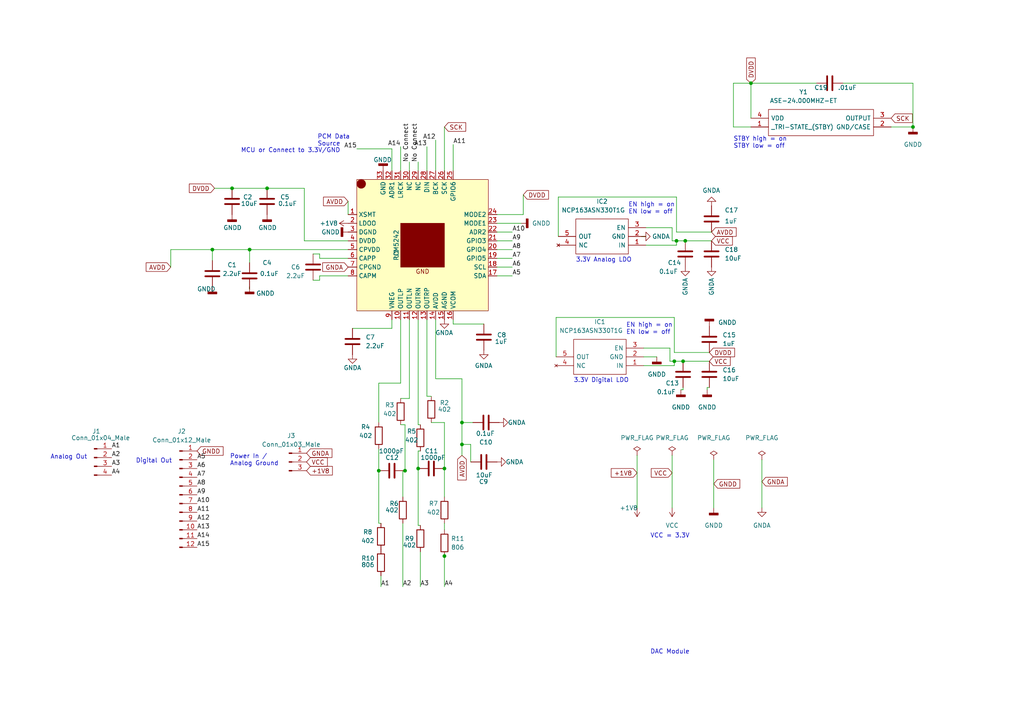
<source format=kicad_sch>
(kicad_sch (version 20211123) (generator eeschema)

  (uuid 6711fc8b-ea2f-4fa9-a3a9-7e8eec766e50)

  (paper "A4")

  (lib_symbols
    (symbol "Connector:Conn_01x03_Male" (pin_names (offset 1.016) hide) (in_bom yes) (on_board yes)
      (property "Reference" "J" (id 0) (at 0 5.08 0)
        (effects (font (size 1.27 1.27)))
      )
      (property "Value" "Conn_01x03_Male" (id 1) (at 0 -5.08 0)
        (effects (font (size 1.27 1.27)))
      )
      (property "Footprint" "" (id 2) (at 0 0 0)
        (effects (font (size 1.27 1.27)) hide)
      )
      (property "Datasheet" "~" (id 3) (at 0 0 0)
        (effects (font (size 1.27 1.27)) hide)
      )
      (property "ki_keywords" "connector" (id 4) (at 0 0 0)
        (effects (font (size 1.27 1.27)) hide)
      )
      (property "ki_description" "Generic connector, single row, 01x03, script generated (kicad-library-utils/schlib/autogen/connector/)" (id 5) (at 0 0 0)
        (effects (font (size 1.27 1.27)) hide)
      )
      (property "ki_fp_filters" "Connector*:*_1x??_*" (id 6) (at 0 0 0)
        (effects (font (size 1.27 1.27)) hide)
      )
      (symbol "Conn_01x03_Male_1_1"
        (polyline
          (pts
            (xy 1.27 -2.54)
            (xy 0.8636 -2.54)
          )
          (stroke (width 0.1524) (type default) (color 0 0 0 0))
          (fill (type none))
        )
        (polyline
          (pts
            (xy 1.27 0)
            (xy 0.8636 0)
          )
          (stroke (width 0.1524) (type default) (color 0 0 0 0))
          (fill (type none))
        )
        (polyline
          (pts
            (xy 1.27 2.54)
            (xy 0.8636 2.54)
          )
          (stroke (width 0.1524) (type default) (color 0 0 0 0))
          (fill (type none))
        )
        (rectangle (start 0.8636 -2.413) (end 0 -2.667)
          (stroke (width 0.1524) (type default) (color 0 0 0 0))
          (fill (type outline))
        )
        (rectangle (start 0.8636 0.127) (end 0 -0.127)
          (stroke (width 0.1524) (type default) (color 0 0 0 0))
          (fill (type outline))
        )
        (rectangle (start 0.8636 2.667) (end 0 2.413)
          (stroke (width 0.1524) (type default) (color 0 0 0 0))
          (fill (type outline))
        )
        (pin passive line (at 5.08 2.54 180) (length 3.81)
          (name "Pin_1" (effects (font (size 1.27 1.27))))
          (number "1" (effects (font (size 1.27 1.27))))
        )
        (pin passive line (at 5.08 0 180) (length 3.81)
          (name "Pin_2" (effects (font (size 1.27 1.27))))
          (number "2" (effects (font (size 1.27 1.27))))
        )
        (pin passive line (at 5.08 -2.54 180) (length 3.81)
          (name "Pin_3" (effects (font (size 1.27 1.27))))
          (number "3" (effects (font (size 1.27 1.27))))
        )
      )
    )
    (symbol "Connector:Conn_01x04_Male" (pin_names (offset 1.016) hide) (in_bom yes) (on_board yes)
      (property "Reference" "J" (id 0) (at 0 5.08 0)
        (effects (font (size 1.27 1.27)))
      )
      (property "Value" "Conn_01x04_Male" (id 1) (at 0 -7.62 0)
        (effects (font (size 1.27 1.27)))
      )
      (property "Footprint" "" (id 2) (at 0 0 0)
        (effects (font (size 1.27 1.27)) hide)
      )
      (property "Datasheet" "~" (id 3) (at 0 0 0)
        (effects (font (size 1.27 1.27)) hide)
      )
      (property "ki_keywords" "connector" (id 4) (at 0 0 0)
        (effects (font (size 1.27 1.27)) hide)
      )
      (property "ki_description" "Generic connector, single row, 01x04, script generated (kicad-library-utils/schlib/autogen/connector/)" (id 5) (at 0 0 0)
        (effects (font (size 1.27 1.27)) hide)
      )
      (property "ki_fp_filters" "Connector*:*_1x??_*" (id 6) (at 0 0 0)
        (effects (font (size 1.27 1.27)) hide)
      )
      (symbol "Conn_01x04_Male_1_1"
        (polyline
          (pts
            (xy 1.27 -5.08)
            (xy 0.8636 -5.08)
          )
          (stroke (width 0.1524) (type default) (color 0 0 0 0))
          (fill (type none))
        )
        (polyline
          (pts
            (xy 1.27 -2.54)
            (xy 0.8636 -2.54)
          )
          (stroke (width 0.1524) (type default) (color 0 0 0 0))
          (fill (type none))
        )
        (polyline
          (pts
            (xy 1.27 0)
            (xy 0.8636 0)
          )
          (stroke (width 0.1524) (type default) (color 0 0 0 0))
          (fill (type none))
        )
        (polyline
          (pts
            (xy 1.27 2.54)
            (xy 0.8636 2.54)
          )
          (stroke (width 0.1524) (type default) (color 0 0 0 0))
          (fill (type none))
        )
        (rectangle (start 0.8636 -4.953) (end 0 -5.207)
          (stroke (width 0.1524) (type default) (color 0 0 0 0))
          (fill (type outline))
        )
        (rectangle (start 0.8636 -2.413) (end 0 -2.667)
          (stroke (width 0.1524) (type default) (color 0 0 0 0))
          (fill (type outline))
        )
        (rectangle (start 0.8636 0.127) (end 0 -0.127)
          (stroke (width 0.1524) (type default) (color 0 0 0 0))
          (fill (type outline))
        )
        (rectangle (start 0.8636 2.667) (end 0 2.413)
          (stroke (width 0.1524) (type default) (color 0 0 0 0))
          (fill (type outline))
        )
        (pin passive line (at 5.08 2.54 180) (length 3.81)
          (name "Pin_1" (effects (font (size 1.27 1.27))))
          (number "1" (effects (font (size 1.27 1.27))))
        )
        (pin passive line (at 5.08 0 180) (length 3.81)
          (name "Pin_2" (effects (font (size 1.27 1.27))))
          (number "2" (effects (font (size 1.27 1.27))))
        )
        (pin passive line (at 5.08 -2.54 180) (length 3.81)
          (name "Pin_3" (effects (font (size 1.27 1.27))))
          (number "3" (effects (font (size 1.27 1.27))))
        )
        (pin passive line (at 5.08 -5.08 180) (length 3.81)
          (name "Pin_4" (effects (font (size 1.27 1.27))))
          (number "4" (effects (font (size 1.27 1.27))))
        )
      )
    )
    (symbol "Connector:Conn_01x12_Male" (pin_names (offset 1.016) hide) (in_bom yes) (on_board yes)
      (property "Reference" "J" (id 0) (at 0 15.24 0)
        (effects (font (size 1.27 1.27)))
      )
      (property "Value" "Conn_01x12_Male" (id 1) (at 0 -17.78 0)
        (effects (font (size 1.27 1.27)))
      )
      (property "Footprint" "" (id 2) (at 0 0 0)
        (effects (font (size 1.27 1.27)) hide)
      )
      (property "Datasheet" "~" (id 3) (at 0 0 0)
        (effects (font (size 1.27 1.27)) hide)
      )
      (property "ki_keywords" "connector" (id 4) (at 0 0 0)
        (effects (font (size 1.27 1.27)) hide)
      )
      (property "ki_description" "Generic connector, single row, 01x12, script generated (kicad-library-utils/schlib/autogen/connector/)" (id 5) (at 0 0 0)
        (effects (font (size 1.27 1.27)) hide)
      )
      (property "ki_fp_filters" "Connector*:*_1x??_*" (id 6) (at 0 0 0)
        (effects (font (size 1.27 1.27)) hide)
      )
      (symbol "Conn_01x12_Male_1_1"
        (polyline
          (pts
            (xy 1.27 -15.24)
            (xy 0.8636 -15.24)
          )
          (stroke (width 0.1524) (type default) (color 0 0 0 0))
          (fill (type none))
        )
        (polyline
          (pts
            (xy 1.27 -12.7)
            (xy 0.8636 -12.7)
          )
          (stroke (width 0.1524) (type default) (color 0 0 0 0))
          (fill (type none))
        )
        (polyline
          (pts
            (xy 1.27 -10.16)
            (xy 0.8636 -10.16)
          )
          (stroke (width 0.1524) (type default) (color 0 0 0 0))
          (fill (type none))
        )
        (polyline
          (pts
            (xy 1.27 -7.62)
            (xy 0.8636 -7.62)
          )
          (stroke (width 0.1524) (type default) (color 0 0 0 0))
          (fill (type none))
        )
        (polyline
          (pts
            (xy 1.27 -5.08)
            (xy 0.8636 -5.08)
          )
          (stroke (width 0.1524) (type default) (color 0 0 0 0))
          (fill (type none))
        )
        (polyline
          (pts
            (xy 1.27 -2.54)
            (xy 0.8636 -2.54)
          )
          (stroke (width 0.1524) (type default) (color 0 0 0 0))
          (fill (type none))
        )
        (polyline
          (pts
            (xy 1.27 0)
            (xy 0.8636 0)
          )
          (stroke (width 0.1524) (type default) (color 0 0 0 0))
          (fill (type none))
        )
        (polyline
          (pts
            (xy 1.27 2.54)
            (xy 0.8636 2.54)
          )
          (stroke (width 0.1524) (type default) (color 0 0 0 0))
          (fill (type none))
        )
        (polyline
          (pts
            (xy 1.27 5.08)
            (xy 0.8636 5.08)
          )
          (stroke (width 0.1524) (type default) (color 0 0 0 0))
          (fill (type none))
        )
        (polyline
          (pts
            (xy 1.27 7.62)
            (xy 0.8636 7.62)
          )
          (stroke (width 0.1524) (type default) (color 0 0 0 0))
          (fill (type none))
        )
        (polyline
          (pts
            (xy 1.27 10.16)
            (xy 0.8636 10.16)
          )
          (stroke (width 0.1524) (type default) (color 0 0 0 0))
          (fill (type none))
        )
        (polyline
          (pts
            (xy 1.27 12.7)
            (xy 0.8636 12.7)
          )
          (stroke (width 0.1524) (type default) (color 0 0 0 0))
          (fill (type none))
        )
        (rectangle (start 0.8636 -15.113) (end 0 -15.367)
          (stroke (width 0.1524) (type default) (color 0 0 0 0))
          (fill (type outline))
        )
        (rectangle (start 0.8636 -12.573) (end 0 -12.827)
          (stroke (width 0.1524) (type default) (color 0 0 0 0))
          (fill (type outline))
        )
        (rectangle (start 0.8636 -10.033) (end 0 -10.287)
          (stroke (width 0.1524) (type default) (color 0 0 0 0))
          (fill (type outline))
        )
        (rectangle (start 0.8636 -7.493) (end 0 -7.747)
          (stroke (width 0.1524) (type default) (color 0 0 0 0))
          (fill (type outline))
        )
        (rectangle (start 0.8636 -4.953) (end 0 -5.207)
          (stroke (width 0.1524) (type default) (color 0 0 0 0))
          (fill (type outline))
        )
        (rectangle (start 0.8636 -2.413) (end 0 -2.667)
          (stroke (width 0.1524) (type default) (color 0 0 0 0))
          (fill (type outline))
        )
        (rectangle (start 0.8636 0.127) (end 0 -0.127)
          (stroke (width 0.1524) (type default) (color 0 0 0 0))
          (fill (type outline))
        )
        (rectangle (start 0.8636 2.667) (end 0 2.413)
          (stroke (width 0.1524) (type default) (color 0 0 0 0))
          (fill (type outline))
        )
        (rectangle (start 0.8636 5.207) (end 0 4.953)
          (stroke (width 0.1524) (type default) (color 0 0 0 0))
          (fill (type outline))
        )
        (rectangle (start 0.8636 7.747) (end 0 7.493)
          (stroke (width 0.1524) (type default) (color 0 0 0 0))
          (fill (type outline))
        )
        (rectangle (start 0.8636 10.287) (end 0 10.033)
          (stroke (width 0.1524) (type default) (color 0 0 0 0))
          (fill (type outline))
        )
        (rectangle (start 0.8636 12.827) (end 0 12.573)
          (stroke (width 0.1524) (type default) (color 0 0 0 0))
          (fill (type outline))
        )
        (pin passive line (at 5.08 12.7 180) (length 3.81)
          (name "Pin_1" (effects (font (size 1.27 1.27))))
          (number "1" (effects (font (size 1.27 1.27))))
        )
        (pin passive line (at 5.08 -10.16 180) (length 3.81)
          (name "Pin_10" (effects (font (size 1.27 1.27))))
          (number "10" (effects (font (size 1.27 1.27))))
        )
        (pin passive line (at 5.08 -12.7 180) (length 3.81)
          (name "Pin_11" (effects (font (size 1.27 1.27))))
          (number "11" (effects (font (size 1.27 1.27))))
        )
        (pin passive line (at 5.08 -15.24 180) (length 3.81)
          (name "Pin_12" (effects (font (size 1.27 1.27))))
          (number "12" (effects (font (size 1.27 1.27))))
        )
        (pin passive line (at 5.08 10.16 180) (length 3.81)
          (name "Pin_2" (effects (font (size 1.27 1.27))))
          (number "2" (effects (font (size 1.27 1.27))))
        )
        (pin passive line (at 5.08 7.62 180) (length 3.81)
          (name "Pin_3" (effects (font (size 1.27 1.27))))
          (number "3" (effects (font (size 1.27 1.27))))
        )
        (pin passive line (at 5.08 5.08 180) (length 3.81)
          (name "Pin_4" (effects (font (size 1.27 1.27))))
          (number "4" (effects (font (size 1.27 1.27))))
        )
        (pin passive line (at 5.08 2.54 180) (length 3.81)
          (name "Pin_5" (effects (font (size 1.27 1.27))))
          (number "5" (effects (font (size 1.27 1.27))))
        )
        (pin passive line (at 5.08 0 180) (length 3.81)
          (name "Pin_6" (effects (font (size 1.27 1.27))))
          (number "6" (effects (font (size 1.27 1.27))))
        )
        (pin passive line (at 5.08 -2.54 180) (length 3.81)
          (name "Pin_7" (effects (font (size 1.27 1.27))))
          (number "7" (effects (font (size 1.27 1.27))))
        )
        (pin passive line (at 5.08 -5.08 180) (length 3.81)
          (name "Pin_8" (effects (font (size 1.27 1.27))))
          (number "8" (effects (font (size 1.27 1.27))))
        )
        (pin passive line (at 5.08 -7.62 180) (length 3.81)
          (name "Pin_9" (effects (font (size 1.27 1.27))))
          (number "9" (effects (font (size 1.27 1.27))))
        )
      )
    )
    (symbol "Device:C" (pin_numbers hide) (pin_names (offset 0.254)) (in_bom yes) (on_board yes)
      (property "Reference" "C" (id 0) (at 0.635 2.54 0)
        (effects (font (size 1.27 1.27)) (justify left))
      )
      (property "Value" "C" (id 1) (at 0.635 -2.54 0)
        (effects (font (size 1.27 1.27)) (justify left))
      )
      (property "Footprint" "" (id 2) (at 0.9652 -3.81 0)
        (effects (font (size 1.27 1.27)) hide)
      )
      (property "Datasheet" "~" (id 3) (at 0 0 0)
        (effects (font (size 1.27 1.27)) hide)
      )
      (property "ki_keywords" "cap capacitor" (id 4) (at 0 0 0)
        (effects (font (size 1.27 1.27)) hide)
      )
      (property "ki_description" "Unpolarized capacitor" (id 5) (at 0 0 0)
        (effects (font (size 1.27 1.27)) hide)
      )
      (property "ki_fp_filters" "C_*" (id 6) (at 0 0 0)
        (effects (font (size 1.27 1.27)) hide)
      )
      (symbol "C_0_1"
        (polyline
          (pts
            (xy -2.032 -0.762)
            (xy 2.032 -0.762)
          )
          (stroke (width 0.508) (type default) (color 0 0 0 0))
          (fill (type none))
        )
        (polyline
          (pts
            (xy -2.032 0.762)
            (xy 2.032 0.762)
          )
          (stroke (width 0.508) (type default) (color 0 0 0 0))
          (fill (type none))
        )
      )
      (symbol "C_1_1"
        (pin passive line (at 0 3.81 270) (length 2.794)
          (name "~" (effects (font (size 1.27 1.27))))
          (number "1" (effects (font (size 1.27 1.27))))
        )
        (pin passive line (at 0 -3.81 90) (length 2.794)
          (name "~" (effects (font (size 1.27 1.27))))
          (number "2" (effects (font (size 1.27 1.27))))
        )
      )
    )
    (symbol "Device:R" (pin_numbers hide) (pin_names (offset 0)) (in_bom yes) (on_board yes)
      (property "Reference" "R" (id 0) (at 2.032 0 90)
        (effects (font (size 1.27 1.27)))
      )
      (property "Value" "R" (id 1) (at 0 0 90)
        (effects (font (size 1.27 1.27)))
      )
      (property "Footprint" "" (id 2) (at -1.778 0 90)
        (effects (font (size 1.27 1.27)) hide)
      )
      (property "Datasheet" "~" (id 3) (at 0 0 0)
        (effects (font (size 1.27 1.27)) hide)
      )
      (property "ki_keywords" "R res resistor" (id 4) (at 0 0 0)
        (effects (font (size 1.27 1.27)) hide)
      )
      (property "ki_description" "Resistor" (id 5) (at 0 0 0)
        (effects (font (size 1.27 1.27)) hide)
      )
      (property "ki_fp_filters" "R_*" (id 6) (at 0 0 0)
        (effects (font (size 1.27 1.27)) hide)
      )
      (symbol "R_0_1"
        (rectangle (start -1.016 -2.54) (end 1.016 2.54)
          (stroke (width 0.254) (type default) (color 0 0 0 0))
          (fill (type none))
        )
      )
      (symbol "R_1_1"
        (pin passive line (at 0 3.81 270) (length 1.27)
          (name "~" (effects (font (size 1.27 1.27))))
          (number "1" (effects (font (size 1.27 1.27))))
        )
        (pin passive line (at 0 -3.81 90) (length 1.27)
          (name "~" (effects (font (size 1.27 1.27))))
          (number "2" (effects (font (size 1.27 1.27))))
        )
      )
    )
    (symbol "custom_lib:ASE-24.000MHZ-ET" (pin_names (offset 0.762)) (in_bom yes) (on_board yes)
      (property "Reference" "Y" (id 0) (at 46.99 7.62 0)
        (effects (font (size 1.27 1.27)) (justify left))
      )
      (property "Value" "ASE-24.000MHZ-ET" (id 1) (at 46.99 5.08 0)
        (effects (font (size 1.27 1.27)) (justify left))
      )
      (property "Footprint" "ASE24000MHZET" (id 2) (at 46.99 2.54 0)
        (effects (font (size 1.27 1.27)) (justify left) hide)
      )
      (property "Datasheet" "https://abracon.com/Oscillators/ASEseries.pdf" (id 3) (at 46.99 0 0)
        (effects (font (size 1.27 1.27)) (justify left) hide)
      )
      (property "Description" "ABRACON - ASE-24.000MHZ-ET - Oscillator, 24 MHz, 100 ppm, SMD, 3.2mm x 2.5mm, LVCMOS, 3.3 V, ASE Series" (id 4) (at 46.99 -2.54 0)
        (effects (font (size 1.27 1.27)) (justify left) hide)
      )
      (property "Height" "1.2" (id 5) (at 46.99 -5.08 0)
        (effects (font (size 1.27 1.27)) (justify left) hide)
      )
      (property "Manufacturer_Name" "ABRACON" (id 6) (at 46.99 -7.62 0)
        (effects (font (size 1.27 1.27)) (justify left) hide)
      )
      (property "Manufacturer_Part_Number" "ASE-24.000MHZ-ET" (id 7) (at 46.99 -10.16 0)
        (effects (font (size 1.27 1.27)) (justify left) hide)
      )
      (property "Mouser Part Number" "815-ASE24.000MHZET" (id 8) (at 46.99 -12.7 0)
        (effects (font (size 1.27 1.27)) (justify left) hide)
      )
      (property "Mouser Price/Stock" "https://www.mouser.co.uk/ProductDetail/ABRACON/ASE-24000MHZ-ET?qs=uDmhV2jwPRdw4GrVOJ4VTQ%3D%3D" (id 9) (at 46.99 -15.24 0)
        (effects (font (size 1.27 1.27)) (justify left) hide)
      )
      (property "Arrow Part Number" "ASE-24.000MHZ-ET" (id 10) (at 46.99 -17.78 0)
        (effects (font (size 1.27 1.27)) (justify left) hide)
      )
      (property "Arrow Price/Stock" "https://www.arrow.com/en/products/ase-24.000mhz-et/abracon" (id 11) (at 46.99 -20.32 0)
        (effects (font (size 1.27 1.27)) (justify left) hide)
      )
      (property "Mouser Testing Part Number" "" (id 12) (at 46.99 -22.86 0)
        (effects (font (size 1.27 1.27)) (justify left) hide)
      )
      (property "Mouser Testing Price/Stock" "" (id 13) (at 46.99 -25.4 0)
        (effects (font (size 1.27 1.27)) (justify left) hide)
      )
      (property "ki_description" "ABRACON - ASE-24.000MHZ-ET - Oscillator, 24 MHz, 100 ppm, SMD, 3.2mm x 2.5mm, LVCMOS, 3.3 V, ASE Series" (id 14) (at 0 0 0)
        (effects (font (size 1.27 1.27)) hide)
      )
      (symbol "ASE-24.000MHZ-ET_0_0"
        (pin passive line (at 10.16 -2.54 0) (length 5.08)
          (name "_TRI-STATE_(STBY)" (effects (font (size 1.27 1.27))))
          (number "1" (effects (font (size 1.27 1.27))))
        )
        (pin passive line (at 50.8 -2.54 180) (length 5.08)
          (name "GND/CASE" (effects (font (size 1.27 1.27))))
          (number "2" (effects (font (size 1.27 1.27))))
        )
        (pin passive line (at 50.8 0 180) (length 5.08)
          (name "OUTPUT" (effects (font (size 1.27 1.27))))
          (number "3" (effects (font (size 1.27 1.27))))
        )
        (pin passive line (at 10.16 0 0) (length 5.08)
          (name "VDD" (effects (font (size 1.27 1.27))))
          (number "4" (effects (font (size 1.27 1.27))))
        )
      )
      (symbol "ASE-24.000MHZ-ET_0_1"
        (polyline
          (pts
            (xy 15.24 2.54)
            (xy 45.72 2.54)
            (xy 45.72 -5.08)
            (xy 15.24 -5.08)
            (xy 15.24 2.54)
          )
          (stroke (width 0.1524) (type default) (color 0 0 0 0))
          (fill (type none))
        )
      )
    )
    (symbol "custom_lib:NCP163ASN330T1G" (pin_names (offset 0.762)) (in_bom yes) (on_board yes)
      (property "Reference" "IC" (id 0) (at 21.59 7.62 0)
        (effects (font (size 1.27 1.27)) (justify left))
      )
      (property "Value" "NCP163ASN330T1G" (id 1) (at 21.59 5.08 0)
        (effects (font (size 1.27 1.27)) (justify left))
      )
      (property "Footprint" "SOT95P280X145-5N" (id 2) (at 21.59 2.54 0)
        (effects (font (size 1.27 1.27)) (justify left) hide)
      )
      (property "Datasheet" "https://componentsearchengine.com/Datasheets/2/NCP163ASN330T1G.pdf" (id 3) (at 21.59 0 0)
        (effects (font (size 1.27 1.27)) (justify left) hide)
      )
      (property "Description" "ON SEMICONDUCTOR - NCP163ASN330T1G - Fixed LDO Voltage Regulator, 2.2V to 5.5V, 105mV drop, 3.3V/250mA out, SOT-23-5" (id 4) (at 21.59 -2.54 0)
        (effects (font (size 1.27 1.27)) (justify left) hide)
      )
      (property "Height" "1.45" (id 5) (at 21.59 -5.08 0)
        (effects (font (size 1.27 1.27)) (justify left) hide)
      )
      (property "Manufacturer_Name" "onsemi" (id 6) (at 21.59 -7.62 0)
        (effects (font (size 1.27 1.27)) (justify left) hide)
      )
      (property "Manufacturer_Part_Number" "NCP163ASN330T1G" (id 7) (at 21.59 -10.16 0)
        (effects (font (size 1.27 1.27)) (justify left) hide)
      )
      (property "Mouser Part Number" "863-NCP163ASN330T1G" (id 8) (at 21.59 -12.7 0)
        (effects (font (size 1.27 1.27)) (justify left) hide)
      )
      (property "Mouser Price/Stock" "https://www.mouser.co.uk/ProductDetail/onsemi/NCP163ASN330T1G?qs=vLWxofP3U2ykJIQb1%252BPKcA%3D%3D" (id 9) (at 21.59 -15.24 0)
        (effects (font (size 1.27 1.27)) (justify left) hide)
      )
      (property "Arrow Part Number" "NCP163ASN330T1G" (id 10) (at 21.59 -17.78 0)
        (effects (font (size 1.27 1.27)) (justify left) hide)
      )
      (property "Arrow Price/Stock" "https://www.arrow.com/en/products/ncp163asn330t1g/on-semiconductor?region=nac" (id 11) (at 21.59 -20.32 0)
        (effects (font (size 1.27 1.27)) (justify left) hide)
      )
      (property "Mouser Testing Part Number" "" (id 12) (at 21.59 -22.86 0)
        (effects (font (size 1.27 1.27)) (justify left) hide)
      )
      (property "Mouser Testing Price/Stock" "" (id 13) (at 21.59 -25.4 0)
        (effects (font (size 1.27 1.27)) (justify left) hide)
      )
      (property "ki_description" "ON SEMICONDUCTOR - NCP163ASN330T1G - Fixed LDO Voltage Regulator, 2.2V to 5.5V, 105mV drop, 3.3V/250mA out, SOT-23-5" (id 14) (at 0 0 0)
        (effects (font (size 1.27 1.27)) hide)
      )
      (symbol "NCP163ASN330T1G_0_0"
        (pin passive line (at 0 0 0) (length 5.08)
          (name "IN" (effects (font (size 1.27 1.27))))
          (number "1" (effects (font (size 1.27 1.27))))
        )
        (pin passive line (at 0 -2.54 0) (length 5.08)
          (name "GND" (effects (font (size 1.27 1.27))))
          (number "2" (effects (font (size 1.27 1.27))))
        )
        (pin passive line (at 0 -5.08 0) (length 5.08)
          (name "EN" (effects (font (size 1.27 1.27))))
          (number "3" (effects (font (size 1.27 1.27))))
        )
        (pin no_connect line (at 25.4 0 180) (length 5.08)
          (name "NC" (effects (font (size 1.27 1.27))))
          (number "4" (effects (font (size 1.27 1.27))))
        )
        (pin passive line (at 25.4 -2.54 180) (length 5.08)
          (name "OUT" (effects (font (size 1.27 1.27))))
          (number "5" (effects (font (size 1.27 1.27))))
        )
      )
      (symbol "NCP163ASN330T1G_0_1"
        (polyline
          (pts
            (xy 5.08 2.54)
            (xy 20.32 2.54)
            (xy 20.32 -7.62)
            (xy 5.08 -7.62)
            (xy 5.08 2.54)
          )
          (stroke (width 0.1524) (type default) (color 0 0 0 0))
          (fill (type none))
        )
      )
    )
    (symbol "custom_lib:PCM5242" (in_bom yes) (on_board yes)
      (property "Reference" "U1" (id 0) (at 11.43 -21.59 90)
        (effects (font (size 1.27 1.27)))
      )
      (property "Value" "PCM5242" (id 1) (at 11.43 -19.05 90)
        (effects (font (size 1.27 1.27)))
      )
      (property "Footprint" "custom_lib:PCM5242RHBT" (id 2) (at -5.08 0 0)
        (effects (font (size 1.27 1.27)) hide)
      )
      (property "Datasheet" "" (id 3) (at -5.08 0 0)
        (effects (font (size 1.27 1.27)) hide)
      )
      (symbol "PCM5242_0_0"
        (text "GND" (at 19.05 -26.67 0)
          (effects (font (size 1.27 1.27)))
        )
        (text "GND" (at 21.59 -24.13 0)
          (effects (font (size 1.27 1.27)))
        )
      )
      (symbol "PCM5242_0_1"
        (rectangle (start 0 0) (end 38.1 -38.1)
          (stroke (width 0) (type default) (color 0 0 0 0))
          (fill (type background))
        )
        (circle (center 1.27 -1.27) (radius 1.27)
          (stroke (width 0) (type default) (color 0 0 0 0))
          (fill (type outline))
        )
        (rectangle (start 12.7 -12.7) (end 25.4 -25.4)
          (stroke (width 0) (type default) (color 0 0 0 0))
          (fill (type outline))
        )
      )
      (symbol "PCM5242_1_1"
        (pin passive line (at -2.54 -10.16 0) (length 2.54)
          (name "XSMT" (effects (font (size 1.27 1.27))))
          (number "1" (effects (font (size 1.27 1.27))))
        )
        (pin passive line (at 12.7 -40.64 90) (length 2.54)
          (name "OUTLP" (effects (font (size 1.27 1.27))))
          (number "10" (effects (font (size 1.27 1.27))))
        )
        (pin passive line (at 15.24 -40.64 90) (length 2.54)
          (name "OUTLN" (effects (font (size 1.27 1.27))))
          (number "11" (effects (font (size 1.27 1.27))))
        )
        (pin passive line (at 17.78 -40.64 90) (length 2.54)
          (name "OUTRN" (effects (font (size 1.27 1.27))))
          (number "12" (effects (font (size 1.27 1.27))))
        )
        (pin passive line (at 20.32 -40.64 90) (length 2.54)
          (name "OUTRP" (effects (font (size 1.27 1.27))))
          (number "13" (effects (font (size 1.27 1.27))))
        )
        (pin passive line (at 22.86 -40.64 90) (length 2.54)
          (name "AVDD" (effects (font (size 1.27 1.27))))
          (number "14" (effects (font (size 1.27 1.27))))
        )
        (pin passive line (at 25.4 -40.64 90) (length 2.54)
          (name "AGND" (effects (font (size 1.27 1.27))))
          (number "15" (effects (font (size 1.27 1.27))))
        )
        (pin passive line (at 27.94 -40.64 90) (length 2.54)
          (name "VCOM" (effects (font (size 1.27 1.27))))
          (number "16" (effects (font (size 1.27 1.27))))
        )
        (pin passive line (at 40.64 -27.94 180) (length 2.54)
          (name "SDA" (effects (font (size 1.27 1.27))))
          (number "17" (effects (font (size 1.27 1.27))))
        )
        (pin passive line (at 40.64 -25.4 180) (length 2.54)
          (name "SCL" (effects (font (size 1.27 1.27))))
          (number "18" (effects (font (size 1.27 1.27))))
        )
        (pin passive line (at 40.64 -22.86 180) (length 2.54)
          (name "GPIO5" (effects (font (size 1.27 1.27))))
          (number "19" (effects (font (size 1.27 1.27))))
        )
        (pin passive line (at -2.54 -12.7 0) (length 2.54)
          (name "LDOO" (effects (font (size 1.27 1.27))))
          (number "2" (effects (font (size 1.27 1.27))))
        )
        (pin passive line (at 40.64 -20.32 180) (length 2.54)
          (name "GPIO4" (effects (font (size 1.27 1.27))))
          (number "20" (effects (font (size 1.27 1.27))))
        )
        (pin passive line (at 40.64 -17.78 180) (length 2.54)
          (name "GPIO3" (effects (font (size 1.27 1.27))))
          (number "21" (effects (font (size 1.27 1.27))))
        )
        (pin passive line (at 40.64 -15.24 180) (length 2.54)
          (name "ADR2" (effects (font (size 1.27 1.27))))
          (number "22" (effects (font (size 1.27 1.27))))
        )
        (pin passive line (at 40.64 -12.7 180) (length 2.54)
          (name "MODE1" (effects (font (size 1.27 1.27))))
          (number "23" (effects (font (size 1.27 1.27))))
        )
        (pin passive line (at 40.64 -10.16 180) (length 2.54)
          (name "MODE2" (effects (font (size 1.27 1.27))))
          (number "24" (effects (font (size 1.27 1.27))))
        )
        (pin passive line (at 27.94 2.54 270) (length 2.54)
          (name "GPIO6" (effects (font (size 1.27 1.27))))
          (number "25" (effects (font (size 1.27 1.27))))
        )
        (pin passive line (at 25.4 2.54 270) (length 2.54)
          (name "SCK" (effects (font (size 1.27 1.27))))
          (number "26" (effects (font (size 1.27 1.27))))
        )
        (pin passive line (at 22.86 2.54 270) (length 2.54)
          (name "BCK" (effects (font (size 1.27 1.27))))
          (number "27" (effects (font (size 1.27 1.27))))
        )
        (pin passive line (at 20.32 2.54 270) (length 2.54)
          (name "DIN" (effects (font (size 1.27 1.27))))
          (number "28" (effects (font (size 1.27 1.27))))
        )
        (pin passive line (at 17.78 2.54 270) (length 2.54)
          (name "NC" (effects (font (size 1.27 1.27))))
          (number "29" (effects (font (size 1.27 1.27))))
        )
        (pin passive line (at -2.54 -15.24 0) (length 2.54)
          (name "DGND" (effects (font (size 1.27 1.27))))
          (number "3" (effects (font (size 1.27 1.27))))
        )
        (pin passive line (at 15.24 2.54 270) (length 2.54)
          (name "NC" (effects (font (size 1.27 1.27))))
          (number "30" (effects (font (size 1.27 1.27))))
        )
        (pin passive line (at 12.7 2.54 270) (length 2.54)
          (name "LRCK" (effects (font (size 1.27 1.27))))
          (number "31" (effects (font (size 1.27 1.27))))
        )
        (pin passive line (at 10.16 2.54 270) (length 2.54)
          (name "ADR1" (effects (font (size 1.27 1.27))))
          (number "32" (effects (font (size 1.27 1.27))))
        )
        (pin passive line (at 7.62 2.54 270) (length 2.54)
          (name "GND" (effects (font (size 1.27 1.27))))
          (number "33" (effects (font (size 1.27 1.27))))
        )
        (pin passive line (at -2.54 -17.78 0) (length 2.54)
          (name "DVDD" (effects (font (size 1.27 1.27))))
          (number "4" (effects (font (size 1.27 1.27))))
        )
        (pin passive line (at -2.54 -20.32 0) (length 2.54)
          (name "CPVDD" (effects (font (size 1.27 1.27))))
          (number "5" (effects (font (size 1.27 1.27))))
        )
        (pin passive line (at -2.54 -22.86 0) (length 2.54)
          (name "CAPP" (effects (font (size 1.27 1.27))))
          (number "6" (effects (font (size 1.27 1.27))))
        )
        (pin passive line (at -2.54 -25.4 0) (length 2.54)
          (name "CPGND" (effects (font (size 1.27 1.27))))
          (number "7" (effects (font (size 1.27 1.27))))
        )
        (pin passive line (at -2.54 -27.94 0) (length 2.54)
          (name "CAPM" (effects (font (size 1.27 1.27))))
          (number "8" (effects (font (size 1.27 1.27))))
        )
        (pin passive line (at 10.16 -40.64 90) (length 2.54)
          (name "VNEG" (effects (font (size 1.27 1.27))))
          (number "9" (effects (font (size 1.27 1.27))))
        )
      )
    )
    (symbol "power:+1V8" (power) (pin_names (offset 0)) (in_bom yes) (on_board yes)
      (property "Reference" "#PWR" (id 0) (at 0 -3.81 0)
        (effects (font (size 1.27 1.27)) hide)
      )
      (property "Value" "+1V8" (id 1) (at 0 3.556 0)
        (effects (font (size 1.27 1.27)))
      )
      (property "Footprint" "" (id 2) (at 0 0 0)
        (effects (font (size 1.27 1.27)) hide)
      )
      (property "Datasheet" "" (id 3) (at 0 0 0)
        (effects (font (size 1.27 1.27)) hide)
      )
      (property "ki_keywords" "global power" (id 4) (at 0 0 0)
        (effects (font (size 1.27 1.27)) hide)
      )
      (property "ki_description" "Power symbol creates a global label with name \"+1V8\"" (id 5) (at 0 0 0)
        (effects (font (size 1.27 1.27)) hide)
      )
      (symbol "+1V8_0_1"
        (polyline
          (pts
            (xy -0.762 1.27)
            (xy 0 2.54)
          )
          (stroke (width 0) (type default) (color 0 0 0 0))
          (fill (type none))
        )
        (polyline
          (pts
            (xy 0 0)
            (xy 0 2.54)
          )
          (stroke (width 0) (type default) (color 0 0 0 0))
          (fill (type none))
        )
        (polyline
          (pts
            (xy 0 2.54)
            (xy 0.762 1.27)
          )
          (stroke (width 0) (type default) (color 0 0 0 0))
          (fill (type none))
        )
      )
      (symbol "+1V8_1_1"
        (pin power_in line (at 0 0 90) (length 0) hide
          (name "+1V8" (effects (font (size 1.27 1.27))))
          (number "1" (effects (font (size 1.27 1.27))))
        )
      )
    )
    (symbol "power:GNDA" (power) (pin_names (offset 0)) (in_bom yes) (on_board yes)
      (property "Reference" "#PWR" (id 0) (at 0 -6.35 0)
        (effects (font (size 1.27 1.27)) hide)
      )
      (property "Value" "GNDA" (id 1) (at 0 -3.81 0)
        (effects (font (size 1.27 1.27)))
      )
      (property "Footprint" "" (id 2) (at 0 0 0)
        (effects (font (size 1.27 1.27)) hide)
      )
      (property "Datasheet" "" (id 3) (at 0 0 0)
        (effects (font (size 1.27 1.27)) hide)
      )
      (property "ki_keywords" "global power" (id 4) (at 0 0 0)
        (effects (font (size 1.27 1.27)) hide)
      )
      (property "ki_description" "Power symbol creates a global label with name \"GNDA\" , analog ground" (id 5) (at 0 0 0)
        (effects (font (size 1.27 1.27)) hide)
      )
      (symbol "GNDA_0_1"
        (polyline
          (pts
            (xy 0 0)
            (xy 0 -1.27)
            (xy 1.27 -1.27)
            (xy 0 -2.54)
            (xy -1.27 -1.27)
            (xy 0 -1.27)
          )
          (stroke (width 0) (type default) (color 0 0 0 0))
          (fill (type none))
        )
      )
      (symbol "GNDA_1_1"
        (pin power_in line (at 0 0 270) (length 0) hide
          (name "GNDA" (effects (font (size 1.27 1.27))))
          (number "1" (effects (font (size 1.27 1.27))))
        )
      )
    )
    (symbol "power:GNDD" (power) (pin_names (offset 0)) (in_bom yes) (on_board yes)
      (property "Reference" "#PWR" (id 0) (at 0 -6.35 0)
        (effects (font (size 1.27 1.27)) hide)
      )
      (property "Value" "GNDD" (id 1) (at 0 -3.175 0)
        (effects (font (size 1.27 1.27)))
      )
      (property "Footprint" "" (id 2) (at 0 0 0)
        (effects (font (size 1.27 1.27)) hide)
      )
      (property "Datasheet" "" (id 3) (at 0 0 0)
        (effects (font (size 1.27 1.27)) hide)
      )
      (property "ki_keywords" "global power" (id 4) (at 0 0 0)
        (effects (font (size 1.27 1.27)) hide)
      )
      (property "ki_description" "Power symbol creates a global label with name \"GNDD\" , digital ground" (id 5) (at 0 0 0)
        (effects (font (size 1.27 1.27)) hide)
      )
      (symbol "GNDD_0_1"
        (rectangle (start -1.27 -1.524) (end 1.27 -2.032)
          (stroke (width 0.254) (type default) (color 0 0 0 0))
          (fill (type outline))
        )
        (polyline
          (pts
            (xy 0 0)
            (xy 0 -1.524)
          )
          (stroke (width 0) (type default) (color 0 0 0 0))
          (fill (type none))
        )
      )
      (symbol "GNDD_1_1"
        (pin power_in line (at 0 0 270) (length 0) hide
          (name "GNDD" (effects (font (size 1.27 1.27))))
          (number "1" (effects (font (size 1.27 1.27))))
        )
      )
    )
    (symbol "power:PWR_FLAG" (power) (pin_numbers hide) (pin_names (offset 0) hide) (in_bom yes) (on_board yes)
      (property "Reference" "#FLG" (id 0) (at 0 1.905 0)
        (effects (font (size 1.27 1.27)) hide)
      )
      (property "Value" "PWR_FLAG" (id 1) (at 0 3.81 0)
        (effects (font (size 1.27 1.27)))
      )
      (property "Footprint" "" (id 2) (at 0 0 0)
        (effects (font (size 1.27 1.27)) hide)
      )
      (property "Datasheet" "~" (id 3) (at 0 0 0)
        (effects (font (size 1.27 1.27)) hide)
      )
      (property "ki_keywords" "flag power" (id 4) (at 0 0 0)
        (effects (font (size 1.27 1.27)) hide)
      )
      (property "ki_description" "Special symbol for telling ERC where power comes from" (id 5) (at 0 0 0)
        (effects (font (size 1.27 1.27)) hide)
      )
      (symbol "PWR_FLAG_0_0"
        (pin power_out line (at 0 0 90) (length 0)
          (name "pwr" (effects (font (size 1.27 1.27))))
          (number "1" (effects (font (size 1.27 1.27))))
        )
      )
      (symbol "PWR_FLAG_0_1"
        (polyline
          (pts
            (xy 0 0)
            (xy 0 1.27)
            (xy -1.016 1.905)
            (xy 0 2.54)
            (xy 1.016 1.905)
            (xy 0 1.27)
          )
          (stroke (width 0) (type default) (color 0 0 0 0))
          (fill (type none))
        )
      )
    )
    (symbol "power:VCC" (power) (pin_names (offset 0)) (in_bom yes) (on_board yes)
      (property "Reference" "#PWR" (id 0) (at 0 -3.81 0)
        (effects (font (size 1.27 1.27)) hide)
      )
      (property "Value" "VCC" (id 1) (at 0 3.81 0)
        (effects (font (size 1.27 1.27)))
      )
      (property "Footprint" "" (id 2) (at 0 0 0)
        (effects (font (size 1.27 1.27)) hide)
      )
      (property "Datasheet" "" (id 3) (at 0 0 0)
        (effects (font (size 1.27 1.27)) hide)
      )
      (property "ki_keywords" "global power" (id 4) (at 0 0 0)
        (effects (font (size 1.27 1.27)) hide)
      )
      (property "ki_description" "Power symbol creates a global label with name \"VCC\"" (id 5) (at 0 0 0)
        (effects (font (size 1.27 1.27)) hide)
      )
      (symbol "VCC_0_1"
        (polyline
          (pts
            (xy -0.762 1.27)
            (xy 0 2.54)
          )
          (stroke (width 0) (type default) (color 0 0 0 0))
          (fill (type none))
        )
        (polyline
          (pts
            (xy 0 0)
            (xy 0 2.54)
          )
          (stroke (width 0) (type default) (color 0 0 0 0))
          (fill (type none))
        )
        (polyline
          (pts
            (xy 0 2.54)
            (xy 0.762 1.27)
          )
          (stroke (width 0) (type default) (color 0 0 0 0))
          (fill (type none))
        )
      )
      (symbol "VCC_1_1"
        (pin power_in line (at 0 0 90) (length 0) hide
          (name "VCC" (effects (font (size 1.27 1.27))))
          (number "1" (effects (font (size 1.27 1.27))))
        )
      )
    )
  )

  (junction (at 217.805 24.13) (diameter 0) (color 0 0 0 0)
    (uuid 045b7bbe-10cc-43e6-81a8-7ce6d106e381)
  )
  (junction (at 72.39 72.39) (diameter 0) (color 0 0 0 0)
    (uuid 2ca3b83d-2664-4631-af73-dce90b7911df)
  )
  (junction (at 77.47 54.61) (diameter 0) (color 0 0 0 0)
    (uuid 2fc216d9-914c-4fc0-93be-168da2c8d61e)
  )
  (junction (at 198.755 69.85) (diameter 0) (color 0 0 0 0)
    (uuid 3cfbff36-c358-4a2c-829c-11d2d6f64767)
  )
  (junction (at 117.475 136.525) (diameter 0) (color 0 0 0 0)
    (uuid 4a454201-3ca8-43b9-a0c0-06d07b76a1e4)
  )
  (junction (at 121.285 135.89) (diameter 0) (color 0 0 0 0)
    (uuid 4d73cb6a-f50a-4ac9-9882-071f8f43021e)
  )
  (junction (at 128.905 161.29) (diameter 0) (color 0 0 0 0)
    (uuid 5c9306af-05b7-4c2f-9d9d-0a2fb9ac8425)
  )
  (junction (at 67.31 54.61) (diameter 0) (color 0 0 0 0)
    (uuid 63666704-1017-49b4-89a9-f398f5598c5f)
  )
  (junction (at 196.215 69.85) (diameter 0) (color 0 0 0 0)
    (uuid 67519a2f-eeb5-436f-b9a0-57d21a9ce307)
  )
  (junction (at 133.985 128.905) (diameter 0) (color 0 0 0 0)
    (uuid 68814070-30a3-42b7-acee-2a3a6ad3258c)
  )
  (junction (at 198.12 104.775) (diameter 0) (color 0 0 0 0)
    (uuid 73904d22-0eef-4429-a0c3-23b4b0a84b79)
  )
  (junction (at 128.905 135.89) (diameter 0) (color 0 0 0 0)
    (uuid 73f0f71f-ae75-4ba4-bc2b-fa517ffb0317)
  )
  (junction (at 61.595 72.39) (diameter 0) (color 0 0 0 0)
    (uuid c9d012b7-48a3-4bd0-bccd-281196754cdf)
  )
  (junction (at 109.855 136.525) (diameter 0) (color 0 0 0 0)
    (uuid cc421876-382d-4a76-8453-c6f7e239f445)
  )
  (junction (at 133.985 122.555) (diameter 0) (color 0 0 0 0)
    (uuid d18bc8c6-1bb8-4f0b-b351-3f2fc5f65c5b)
  )
  (junction (at 195.58 104.775) (diameter 0) (color 0 0 0 0)
    (uuid e3335118-7f50-4839-968d-47e52fd153af)
  )
  (junction (at 264.795 36.83) (diameter 0) (color 0 0 0 0)
    (uuid f1fc6c68-c643-4c19-95eb-db85e1d7123f)
  )

  (wire (pts (xy 144.145 72.39) (xy 148.59 72.39))
    (stroke (width 0) (type default) (color 0 0 0 0))
    (uuid 0c3c8b4a-6826-4672-b7d6-ca7348bb1d02)
  )
  (wire (pts (xy 198.12 113.03) (xy 198.12 112.395))
    (stroke (width 0) (type default) (color 0 0 0 0))
    (uuid 0c53b9df-e512-4705-8995-936dca22fade)
  )
  (wire (pts (xy 121.92 160.02) (xy 121.92 170.18))
    (stroke (width 0) (type default) (color 0 0 0 0))
    (uuid 0fc6795d-3b95-47b1-97fe-d4f46227a585)
  )
  (wire (pts (xy 264.795 36.83) (xy 258.445 36.83))
    (stroke (width 0) (type default) (color 0 0 0 0))
    (uuid 108b6535-d741-4c90-b02a-8d05a9c720ca)
  )
  (wire (pts (xy 121.285 135.89) (xy 121.285 152.4))
    (stroke (width 0) (type default) (color 0 0 0 0))
    (uuid 1124f2fc-63ee-4d65-92e7-8ae296467169)
  )
  (wire (pts (xy 116.84 136.525) (xy 116.84 144.145))
    (stroke (width 0) (type default) (color 0 0 0 0))
    (uuid 13ce9709-5d0e-487e-8811-9519215d9dde)
  )
  (wire (pts (xy 128.905 122.555) (xy 128.905 135.89))
    (stroke (width 0) (type default) (color 0 0 0 0))
    (uuid 1455ecd2-8848-4d7c-b830-69c8e0f6c9ac)
  )
  (wire (pts (xy 161.29 103.505) (xy 161.29 92.075))
    (stroke (width 0) (type default) (color 0 0 0 0))
    (uuid 1b9e3754-d71d-4d7a-80e1-7dd0af9e943e)
  )
  (wire (pts (xy 126.365 40.64) (xy 126.365 49.53))
    (stroke (width 0) (type default) (color 0 0 0 0))
    (uuid 1c4485dc-0ee6-4437-b338-f76c0180cac7)
  )
  (wire (pts (xy 187.325 68.58) (xy 186.055 68.58))
    (stroke (width 0) (type default) (color 0 0 0 0))
    (uuid 1f38bb70-ae5b-4162-87b2-6335fe3580b1)
  )
  (wire (pts (xy 131.445 93.98) (xy 131.445 92.71))
    (stroke (width 0) (type default) (color 0 0 0 0))
    (uuid 1f916c16-4e60-4242-9cff-dbacd08d4f02)
  )
  (wire (pts (xy 109.855 111.125) (xy 116.205 111.125))
    (stroke (width 0) (type default) (color 0 0 0 0))
    (uuid 1fe58e43-d30a-4354-baa0-eb82da9fbbbc)
  )
  (wire (pts (xy 220.98 133.35) (xy 220.98 147.32))
    (stroke (width 0) (type default) (color 0 0 0 0))
    (uuid 203018f0-1d4a-45b3-8bcc-380de34f40fa)
  )
  (wire (pts (xy 109.855 111.125) (xy 109.855 122.555))
    (stroke (width 0) (type default) (color 0 0 0 0))
    (uuid 225e69a5-0fa9-402e-a041-9ba13b687ceb)
  )
  (wire (pts (xy 196.215 69.85) (xy 198.755 69.85))
    (stroke (width 0) (type default) (color 0 0 0 0))
    (uuid 2414233c-2519-4571-9a30-c917c45446b3)
  )
  (wire (pts (xy 116.205 123.19) (xy 117.475 123.19))
    (stroke (width 0) (type default) (color 0 0 0 0))
    (uuid 2969550d-4663-4b7f-a8dd-d32a48734a7b)
  )
  (wire (pts (xy 126.365 109.855) (xy 133.985 109.855))
    (stroke (width 0) (type default) (color 0 0 0 0))
    (uuid 2fbcc679-0c07-4b42-88b7-3e20a3e5d365)
  )
  (wire (pts (xy 195.58 104.775) (xy 198.12 104.775))
    (stroke (width 0) (type default) (color 0 0 0 0))
    (uuid 30a518a9-dd34-4988-9a5f-648d74d1f2f3)
  )
  (wire (pts (xy 133.985 128.905) (xy 133.985 122.555))
    (stroke (width 0) (type default) (color 0 0 0 0))
    (uuid 32425da5-1f4c-49ae-8812-a52675279be6)
  )
  (wire (pts (xy 131.445 41.91) (xy 131.445 49.53))
    (stroke (width 0) (type default) (color 0 0 0 0))
    (uuid 33e56a76-e442-489a-8c2e-6df1f3362b54)
  )
  (wire (pts (xy 264.795 24.13) (xy 264.795 36.83))
    (stroke (width 0) (type default) (color 0 0 0 0))
    (uuid 351ce3b1-c1eb-4c32-b054-d24ea6bbea56)
  )
  (wire (pts (xy 116.205 111.125) (xy 116.205 92.71))
    (stroke (width 0) (type default) (color 0 0 0 0))
    (uuid 3ae3191d-f218-45f4-ba64-ca45213ebe99)
  )
  (wire (pts (xy 148.59 67.31) (xy 144.145 67.31))
    (stroke (width 0) (type default) (color 0 0 0 0))
    (uuid 3c7379d1-ded3-4827-b58f-897730bc23b1)
  )
  (wire (pts (xy 186.69 106.045) (xy 195.58 106.045))
    (stroke (width 0) (type default) (color 0 0 0 0))
    (uuid 3cd7c213-4f3e-4bfd-9182-04781de6beb5)
  )
  (wire (pts (xy 128.905 135.89) (xy 128.905 144.145))
    (stroke (width 0) (type default) (color 0 0 0 0))
    (uuid 3e3949c9-80d7-406e-a83a-90cb643afe26)
  )
  (wire (pts (xy 212.725 24.13) (xy 217.805 24.13))
    (stroke (width 0) (type default) (color 0 0 0 0))
    (uuid 3f16e011-6790-4fba-a49a-bf75d003928f)
  )
  (wire (pts (xy 197.485 113.03) (xy 198.12 113.03))
    (stroke (width 0) (type default) (color 0 0 0 0))
    (uuid 4143eb40-654c-40c8-96bf-571f4fd110c9)
  )
  (wire (pts (xy 92.71 80.01) (xy 92.71 81.28))
    (stroke (width 0) (type default) (color 0 0 0 0))
    (uuid 4240853a-dff6-43fc-a7d3-8a7497273865)
  )
  (wire (pts (xy 92.71 81.28) (xy 90.805 81.28))
    (stroke (width 0) (type default) (color 0 0 0 0))
    (uuid 447ceb1e-7108-4892-ba70-923dd8adc406)
  )
  (wire (pts (xy 196.215 57.15) (xy 196.215 67.31))
    (stroke (width 0) (type default) (color 0 0 0 0))
    (uuid 4c2ce04c-a6d3-4948-8854-e6c43d5cef9b)
  )
  (wire (pts (xy 110.49 167.005) (xy 110.49 170.18))
    (stroke (width 0) (type default) (color 0 0 0 0))
    (uuid 4fedbf06-ffc3-4805-b3d1-005af25033d7)
  )
  (wire (pts (xy 118.745 115.57) (xy 116.205 115.57))
    (stroke (width 0) (type default) (color 0 0 0 0))
    (uuid 547db48e-3455-445a-af73-138d9e06a2d3)
  )
  (wire (pts (xy 128.905 160.655) (xy 128.905 161.29))
    (stroke (width 0) (type default) (color 0 0 0 0))
    (uuid 56c5462e-a40b-473a-84dc-17c13488b688)
  )
  (wire (pts (xy 184.785 132.08) (xy 184.785 147.32))
    (stroke (width 0) (type default) (color 0 0 0 0))
    (uuid 585c04ad-5e8a-41fc-b0a7-03dfde92b6cf)
  )
  (wire (pts (xy 151.13 64.77) (xy 144.145 64.77))
    (stroke (width 0) (type default) (color 0 0 0 0))
    (uuid 58da7a4b-49f3-4a4b-a62f-7f5a7bc242a5)
  )
  (wire (pts (xy 113.665 49.53) (xy 113.665 43.18))
    (stroke (width 0) (type default) (color 0 0 0 0))
    (uuid 5a88b1f5-581a-4d4c-b498-e7d3a3f8a990)
  )
  (wire (pts (xy 92.71 73.66) (xy 90.805 73.66))
    (stroke (width 0) (type default) (color 0 0 0 0))
    (uuid 5b08f152-5eff-49dd-9625-c0e4aeffbcfe)
  )
  (wire (pts (xy 100.965 69.85) (xy 88.265 69.85))
    (stroke (width 0) (type default) (color 0 0 0 0))
    (uuid 5bfa79fa-95b4-4903-bef0-b951225e654d)
  )
  (wire (pts (xy 187.325 66.04) (xy 194.945 66.04))
    (stroke (width 0) (type default) (color 0 0 0 0))
    (uuid 5d4281e4-414c-453f-9e1e-302b97fa2409)
  )
  (wire (pts (xy 123.825 92.71) (xy 123.825 114.935))
    (stroke (width 0) (type default) (color 0 0 0 0))
    (uuid 5dd1edbe-9278-400d-95b5-9f769d2d32f9)
  )
  (wire (pts (xy 88.265 54.61) (xy 88.265 69.85))
    (stroke (width 0) (type default) (color 0 0 0 0))
    (uuid 5e7065ac-ac45-4b2b-a7d0-2f481a42d110)
  )
  (wire (pts (xy 121.92 152.4) (xy 121.285 152.4))
    (stroke (width 0) (type default) (color 0 0 0 0))
    (uuid 5eacad71-7470-463b-bb00-fb5c6ed6d7e8)
  )
  (wire (pts (xy 113.665 95.25) (xy 102.235 95.25))
    (stroke (width 0) (type default) (color 0 0 0 0))
    (uuid 5f595e8d-4d39-4c43-8db8-2afd12c0bf9f)
  )
  (wire (pts (xy 126.365 92.71) (xy 126.365 109.855))
    (stroke (width 0) (type default) (color 0 0 0 0))
    (uuid 64624eab-b7f2-4b72-830d-02c13ff01b13)
  )
  (wire (pts (xy 121.92 130.81) (xy 121.285 130.81))
    (stroke (width 0) (type default) (color 0 0 0 0))
    (uuid 64bb3ac8-6970-440f-a5f1-257ef3c19dc9)
  )
  (wire (pts (xy 205.105 112.395) (xy 205.74 112.395))
    (stroke (width 0) (type default) (color 0 0 0 0))
    (uuid 64ce11b5-6ea9-4d2c-a4e2-06ec50bc2181)
  )
  (wire (pts (xy 72.39 83.185) (xy 72.39 83.82))
    (stroke (width 0) (type default) (color 0 0 0 0))
    (uuid 693315e1-cd11-4487-a5be-b39ad2044390)
  )
  (wire (pts (xy 194.945 66.04) (xy 194.945 69.85))
    (stroke (width 0) (type default) (color 0 0 0 0))
    (uuid 6a32a03f-59b6-41b9-906a-0fd036fe1f7c)
  )
  (wire (pts (xy 121.285 46.99) (xy 121.285 49.53))
    (stroke (width 0) (type default) (color 0 0 0 0))
    (uuid 6b2362bd-c227-42bb-8504-d01e20b6a2ea)
  )
  (wire (pts (xy 133.985 132.08) (xy 133.985 128.905))
    (stroke (width 0) (type default) (color 0 0 0 0))
    (uuid 6b76374e-dcf6-4011-9048-503e5e1a41fe)
  )
  (wire (pts (xy 123.825 114.935) (xy 125.095 114.935))
    (stroke (width 0) (type default) (color 0 0 0 0))
    (uuid 6fbc35a9-4069-4fbd-9be2-5ea30a2b159f)
  )
  (wire (pts (xy 194.945 132.08) (xy 194.945 147.32))
    (stroke (width 0) (type default) (color 0 0 0 0))
    (uuid 72d553e3-53bb-4834-bad9-80f0b8d327dc)
  )
  (wire (pts (xy 194.31 100.965) (xy 194.31 104.775))
    (stroke (width 0) (type default) (color 0 0 0 0))
    (uuid 760dc912-7505-4f18-a520-597d9f0ba99a)
  )
  (wire (pts (xy 109.855 151.765) (xy 109.855 136.525))
    (stroke (width 0) (type default) (color 0 0 0 0))
    (uuid 76b3f45d-4473-439e-9b10-8a2e2defa468)
  )
  (wire (pts (xy 198.755 69.85) (xy 206.375 69.85))
    (stroke (width 0) (type default) (color 0 0 0 0))
    (uuid 776228e2-6b43-4c2e-822a-74bda602762b)
  )
  (wire (pts (xy 133.985 122.555) (xy 137.16 122.555))
    (stroke (width 0) (type default) (color 0 0 0 0))
    (uuid 7807d67d-6cce-40cc-bc8d-c03099af93e8)
  )
  (wire (pts (xy 49.53 72.39) (xy 61.595 72.39))
    (stroke (width 0) (type default) (color 0 0 0 0))
    (uuid 792fc2b0-7d78-4e8f-9e02-8b570551204f)
  )
  (wire (pts (xy 116.84 136.525) (xy 117.475 136.525))
    (stroke (width 0) (type default) (color 0 0 0 0))
    (uuid 794b7104-c0f3-41ef-850e-7a928d60f423)
  )
  (wire (pts (xy 123.825 42.545) (xy 123.825 49.53))
    (stroke (width 0) (type default) (color 0 0 0 0))
    (uuid 7a2cce48-a083-45b4-8f54-4679c5bec09a)
  )
  (wire (pts (xy 195.58 92.075) (xy 195.58 102.235))
    (stroke (width 0) (type default) (color 0 0 0 0))
    (uuid 7c1852ff-aec3-48cd-b6c3-3894fd027c33)
  )
  (wire (pts (xy 67.31 54.61) (xy 77.47 54.61))
    (stroke (width 0) (type default) (color 0 0 0 0))
    (uuid 7dd4a10a-688f-4f65-88c7-6fffe8377593)
  )
  (wire (pts (xy 194.31 104.775) (xy 195.58 104.775))
    (stroke (width 0) (type default) (color 0 0 0 0))
    (uuid 7e0fca97-c9a6-4de1-98fc-62f68f671501)
  )
  (wire (pts (xy 136.525 128.905) (xy 133.985 128.905))
    (stroke (width 0) (type default) (color 0 0 0 0))
    (uuid 7fd241cb-66cc-4b3d-b48c-c153da37bf75)
  )
  (wire (pts (xy 161.925 68.58) (xy 161.925 57.15))
    (stroke (width 0) (type default) (color 0 0 0 0))
    (uuid 8524c564-e166-4caf-90c7-350ea18fea81)
  )
  (wire (pts (xy 161.925 57.15) (xy 196.215 57.15))
    (stroke (width 0) (type default) (color 0 0 0 0))
    (uuid 87002f84-3118-41b4-b6e3-3de99e8dd660)
  )
  (wire (pts (xy 151.765 62.23) (xy 151.765 56.515))
    (stroke (width 0) (type default) (color 0 0 0 0))
    (uuid 888b53e7-c772-469e-bfe5-7600476e0bbf)
  )
  (wire (pts (xy 244.475 24.13) (xy 264.795 24.13))
    (stroke (width 0) (type default) (color 0 0 0 0))
    (uuid 8a213b0e-df7f-4743-a9d9-157ef6fecc3c)
  )
  (wire (pts (xy 118.745 46.99) (xy 118.745 49.53))
    (stroke (width 0) (type default) (color 0 0 0 0))
    (uuid 8e3bb2de-1278-49d8-87be-c2cf0fd790bf)
  )
  (wire (pts (xy 217.805 36.83) (xy 212.725 36.83))
    (stroke (width 0) (type default) (color 0 0 0 0))
    (uuid 9674b7ac-0f2e-4d32-ba87-6e75ed551da2)
  )
  (wire (pts (xy 100.965 58.42) (xy 100.965 62.23))
    (stroke (width 0) (type default) (color 0 0 0 0))
    (uuid 987a608e-5de4-4495-95c3-9896337444de)
  )
  (wire (pts (xy 195.58 106.045) (xy 195.58 104.775))
    (stroke (width 0) (type default) (color 0 0 0 0))
    (uuid 98e18712-ce02-4953-83ac-b22d6c4b5d84)
  )
  (wire (pts (xy 186.69 100.965) (xy 194.31 100.965))
    (stroke (width 0) (type default) (color 0 0 0 0))
    (uuid 9a7fd030-6cae-499b-b177-fdd4a8c14bfe)
  )
  (wire (pts (xy 217.805 24.13) (xy 236.855 24.13))
    (stroke (width 0) (type default) (color 0 0 0 0))
    (uuid a5559f0c-3b40-46a0-9fdc-2ac011687b2a)
  )
  (wire (pts (xy 116.205 49.53) (xy 116.205 42.545))
    (stroke (width 0) (type default) (color 0 0 0 0))
    (uuid a76a14bb-c672-467f-b61f-ae186eb93a79)
  )
  (wire (pts (xy 61.595 72.39) (xy 72.39 72.39))
    (stroke (width 0) (type default) (color 0 0 0 0))
    (uuid a95913e5-95f2-41da-8e9c-9604cf3d19d3)
  )
  (wire (pts (xy 207.01 133.35) (xy 207.01 147.32))
    (stroke (width 0) (type default) (color 0 0 0 0))
    (uuid ae9540be-ed89-4a12-ba39-f7083cd0cc49)
  )
  (wire (pts (xy 61.595 75.565) (xy 61.595 72.39))
    (stroke (width 0) (type default) (color 0 0 0 0))
    (uuid b178582c-cd1c-4ec6-b34c-52a61ba5a59c)
  )
  (wire (pts (xy 144.145 62.23) (xy 151.765 62.23))
    (stroke (width 0) (type default) (color 0 0 0 0))
    (uuid b3f7fca8-4aca-40c9-8375-f17939cc4a3d)
  )
  (wire (pts (xy 109.855 130.175) (xy 109.855 136.525))
    (stroke (width 0) (type default) (color 0 0 0 0))
    (uuid b451f2fd-d1f5-44f9-829a-8a98637725d2)
  )
  (wire (pts (xy 187.325 71.12) (xy 196.215 71.12))
    (stroke (width 0) (type default) (color 0 0 0 0))
    (uuid beae15c9-d617-4006-9ae0-52918a0b649d)
  )
  (wire (pts (xy 195.58 102.235) (xy 205.74 102.235))
    (stroke (width 0) (type default) (color 0 0 0 0))
    (uuid c0cde4e9-94ff-4cc8-9fb8-6e3512a792b9)
  )
  (wire (pts (xy 128.905 161.29) (xy 128.905 170.18))
    (stroke (width 0) (type default) (color 0 0 0 0))
    (uuid c331e7d8-c23e-4fdc-850b-38ac4f48eca2)
  )
  (wire (pts (xy 136.525 133.985) (xy 136.525 128.905))
    (stroke (width 0) (type default) (color 0 0 0 0))
    (uuid c3d49322-f343-4c76-9e8c-fe9a5f9b21a7)
  )
  (wire (pts (xy 131.445 93.98) (xy 140.335 93.98))
    (stroke (width 0) (type default) (color 0 0 0 0))
    (uuid c43e23ca-de22-40e6-be82-2760feb0da9a)
  )
  (wire (pts (xy 100.965 74.93) (xy 92.71 74.93))
    (stroke (width 0) (type default) (color 0 0 0 0))
    (uuid c56150ec-9adb-4d92-9892-fceb2e4211c8)
  )
  (wire (pts (xy 100.965 80.01) (xy 92.71 80.01))
    (stroke (width 0) (type default) (color 0 0 0 0))
    (uuid c59f4333-ebee-4afc-bd23-f45fa3f7327b)
  )
  (wire (pts (xy 103.505 43.18) (xy 113.665 43.18))
    (stroke (width 0) (type default) (color 0 0 0 0))
    (uuid cc7fccad-f61a-4924-8493-8f3079d673a2)
  )
  (wire (pts (xy 148.59 80.01) (xy 144.145 80.01))
    (stroke (width 0) (type default) (color 0 0 0 0))
    (uuid cf70f85a-9cb9-4b5b-8c12-60e1dd0c3f67)
  )
  (wire (pts (xy 121.285 92.71) (xy 121.285 123.19))
    (stroke (width 0) (type default) (color 0 0 0 0))
    (uuid d0da7bd8-b768-48d9-9f31-4b037310d8f2)
  )
  (wire (pts (xy 148.59 77.47) (xy 144.145 77.47))
    (stroke (width 0) (type default) (color 0 0 0 0))
    (uuid d25aca4c-5d2e-42ad-b115-9a5bfd84a55a)
  )
  (wire (pts (xy 196.215 67.31) (xy 206.375 67.31))
    (stroke (width 0) (type default) (color 0 0 0 0))
    (uuid d309f93b-fc52-4b9a-93a9-d37d2c93ba7e)
  )
  (wire (pts (xy 196.215 71.12) (xy 196.215 69.85))
    (stroke (width 0) (type default) (color 0 0 0 0))
    (uuid d359db76-ebb9-4a42-9063-5601ceb85fbc)
  )
  (wire (pts (xy 110.49 151.765) (xy 109.855 151.765))
    (stroke (width 0) (type default) (color 0 0 0 0))
    (uuid d3a64ed5-1199-4eab-a9b9-3fa6d99d4c4f)
  )
  (wire (pts (xy 49.53 77.47) (xy 49.53 72.39))
    (stroke (width 0) (type default) (color 0 0 0 0))
    (uuid d488f0e8-2277-4f70-a655-5ae5d6df6836)
  )
  (wire (pts (xy 198.12 104.775) (xy 205.74 104.775))
    (stroke (width 0) (type default) (color 0 0 0 0))
    (uuid d5da9d12-220e-4153-b0a4-b7e1148511b1)
  )
  (wire (pts (xy 128.905 36.83) (xy 128.905 49.53))
    (stroke (width 0) (type default) (color 0 0 0 0))
    (uuid d67a6c6e-448d-44ad-a824-cca50d6306f5)
  )
  (wire (pts (xy 113.665 92.71) (xy 113.665 95.25))
    (stroke (width 0) (type default) (color 0 0 0 0))
    (uuid d767ad22-b5f3-4dc9-9db3-42449a6e6836)
  )
  (wire (pts (xy 116.84 151.765) (xy 116.84 170.18))
    (stroke (width 0) (type default) (color 0 0 0 0))
    (uuid d8979281-15f4-4359-8565-cf6a5efa67f9)
  )
  (wire (pts (xy 161.29 92.075) (xy 195.58 92.075))
    (stroke (width 0) (type default) (color 0 0 0 0))
    (uuid d8b2f930-7176-451a-9248-80d7a60e75b5)
  )
  (wire (pts (xy 148.59 69.85) (xy 144.145 69.85))
    (stroke (width 0) (type default) (color 0 0 0 0))
    (uuid da7debda-398e-432d-8952-6b5e7af46b1b)
  )
  (wire (pts (xy 128.905 151.765) (xy 128.905 153.67))
    (stroke (width 0) (type default) (color 0 0 0 0))
    (uuid de741d4e-3b61-4b6f-a1d5-0a452a9fbc7c)
  )
  (wire (pts (xy 121.285 130.81) (xy 121.285 135.89))
    (stroke (width 0) (type default) (color 0 0 0 0))
    (uuid e0f241f5-0db2-460e-886a-7401f4d792f3)
  )
  (wire (pts (xy 62.23 54.61) (xy 67.31 54.61))
    (stroke (width 0) (type default) (color 0 0 0 0))
    (uuid e5c05545-0102-474a-94e9-d3cd90cc1d6e)
  )
  (wire (pts (xy 118.745 92.71) (xy 118.745 115.57))
    (stroke (width 0) (type default) (color 0 0 0 0))
    (uuid e5eb23ac-387f-49cc-b30c-b665b49b3ff2)
  )
  (wire (pts (xy 133.985 109.855) (xy 133.985 122.555))
    (stroke (width 0) (type default) (color 0 0 0 0))
    (uuid e6146674-5038-4c69-961a-03de6a607d62)
  )
  (wire (pts (xy 194.945 69.85) (xy 196.215 69.85))
    (stroke (width 0) (type default) (color 0 0 0 0))
    (uuid e714f7f4-7cbe-4f15-acfe-644d2958309c)
  )
  (wire (pts (xy 92.71 74.93) (xy 92.71 73.66))
    (stroke (width 0) (type default) (color 0 0 0 0))
    (uuid ee041d42-bf0c-4363-823e-cecfb2c434e5)
  )
  (wire (pts (xy 205.105 112.395) (xy 205.105 113.03))
    (stroke (width 0) (type default) (color 0 0 0 0))
    (uuid f0c7eb69-3f92-45f6-896d-a334e003f23f)
  )
  (wire (pts (xy 72.39 72.39) (xy 72.39 76.2))
    (stroke (width 0) (type default) (color 0 0 0 0))
    (uuid f14740e0-b2ae-42b4-82a6-6b54cfb6cfca)
  )
  (wire (pts (xy 117.475 123.19) (xy 117.475 136.525))
    (stroke (width 0) (type default) (color 0 0 0 0))
    (uuid f2291885-7a00-46d1-9c3a-0c137cb0f0d4)
  )
  (wire (pts (xy 186.69 103.505) (xy 190.5 103.505))
    (stroke (width 0) (type default) (color 0 0 0 0))
    (uuid f2e844eb-ad46-4f63-bcd0-903773c1fd9d)
  )
  (wire (pts (xy 148.59 74.93) (xy 144.145 74.93))
    (stroke (width 0) (type default) (color 0 0 0 0))
    (uuid f4443720-e140-402e-989c-cf096dc01da7)
  )
  (wire (pts (xy 212.725 36.83) (xy 212.725 24.13))
    (stroke (width 0) (type default) (color 0 0 0 0))
    (uuid f6e1aef3-6793-467d-8b8e-987dc5276887)
  )
  (wire (pts (xy 72.39 72.39) (xy 100.965 72.39))
    (stroke (width 0) (type default) (color 0 0 0 0))
    (uuid fa8344dd-c101-4ed2-919b-699c139ab37c)
  )
  (wire (pts (xy 217.805 34.29) (xy 217.805 24.13))
    (stroke (width 0) (type default) (color 0 0 0 0))
    (uuid faf27701-79cf-41ff-b7e6-01118d740b03)
  )
  (wire (pts (xy 77.47 54.61) (xy 88.265 54.61))
    (stroke (width 0) (type default) (color 0 0 0 0))
    (uuid fd3ff59f-c536-4e32-85d3-147443dca1a8)
  )
  (wire (pts (xy 125.095 122.555) (xy 128.905 122.555))
    (stroke (width 0) (type default) (color 0 0 0 0))
    (uuid ff2ae60a-d922-4a12-9537-752a30d4e0d8)
  )
  (wire (pts (xy 121.285 123.19) (xy 121.92 123.19))
    (stroke (width 0) (type default) (color 0 0 0 0))
    (uuid ff7b61d6-ef2d-461d-858d-9f0b7fbf5d8c)
  )

  (text "Analog Out\n" (at 14.605 133.35 0)
    (effects (font (size 1.27 1.27)) (justify left bottom))
    (uuid 00f831d9-6699-49c2-a8da-4b6e04362906)
  )
  (text "Digital Out\n\n" (at 39.37 136.525 0)
    (effects (font (size 1.27 1.27)) (justify left bottom))
    (uuid 099e6d4e-a639-4e35-ad84-772f86899a6d)
  )
  (text "EN high = on\nEN low = off\n" (at 182.245 62.23 0)
    (effects (font (size 1.27 1.27)) (justify left bottom))
    (uuid 117ca398-a54d-45aa-a86e-69a6e3dd1de2)
  )
  (text "EN high = on\nEN low = off\n" (at 181.61 97.155 0)
    (effects (font (size 1.27 1.27)) (justify left bottom))
    (uuid 1244cb2f-d8e1-4caa-8a15-e70106cc90ee)
  )
  (text "3.3V Analog LDO\n" (at 167.005 76.2 0)
    (effects (font (size 1.27 1.27)) (justify left bottom))
    (uuid 5fe2b402-9b0a-48c1-b112-70b324d2ce80)
  )
  (text "MCU or Connect to 3.3V/GND\n" (at 69.85 44.45 0)
    (effects (font (size 1.27 1.27)) (justify left bottom))
    (uuid 71208bfc-f3e9-4c9f-810b-de01d8cf227a)
  )
  (text "STBY high = on\nSTBY low = off" (at 212.725 43.18 0)
    (effects (font (size 1.27 1.27)) (justify left bottom))
    (uuid 7f4fc9da-0d76-49ae-aaa2-ae606ce05ebe)
  )
  (text "Power In /\nAnalog Ground\n" (at 66.675 135.255 0)
    (effects (font (size 1.27 1.27)) (justify left bottom))
    (uuid 8039a5b2-1889-4c02-9cda-5fa78ee0966a)
  )
  (text "PCM Data\nSource\n" (at 92.075 42.545 0)
    (effects (font (size 1.27 1.27)) (justify left bottom))
    (uuid 9a09ad8f-7f3a-4dee-97fb-b657ef176a61)
  )
  (text "DAC Module\n" (at 188.595 189.865 0)
    (effects (font (size 1.27 1.27)) (justify left bottom))
    (uuid b2409dce-217e-4016-9065-346a6cbe3ded)
  )
  (text "VCC = 3.3V\n" (at 188.595 156.21 0)
    (effects (font (size 1.27 1.27)) (justify left bottom))
    (uuid b4194dce-d317-4cf3-bab3-7afc71a644d6)
  )
  (text "3.3V Digital LDO\n" (at 166.37 111.125 0)
    (effects (font (size 1.27 1.27)) (justify left bottom))
    (uuid c90559c3-f87f-4aec-a9f7-327af64d44d7)
  )

  (label "A6" (at 148.59 77.47 0)
    (effects (font (size 1.27 1.27)) (justify left bottom))
    (uuid 090f8cca-0c2f-48c6-92de-bf6d6c5cfa27)
  )
  (label "A9" (at 57.15 143.51 0)
    (effects (font (size 1.27 1.27)) (justify left bottom))
    (uuid 0aa02346-33c5-4103-92a6-188a24b87ba6)
  )
  (label "A12" (at 126.365 40.64 180)
    (effects (font (size 1.27 1.27)) (justify right bottom))
    (uuid 1ca6f141-6d65-4a30-8818-bd1997d46f35)
  )
  (label "A15" (at 57.15 158.75 0)
    (effects (font (size 1.27 1.27)) (justify left bottom))
    (uuid 1f6551ad-3f57-482b-8488-136546717406)
  )
  (label "No Connect" (at 118.745 46.99 90)
    (effects (font (size 1.27 1.27)) (justify left bottom))
    (uuid 246ee42f-2066-465d-8b71-ba962b901171)
  )
  (label "A2" (at 32.385 132.715 0)
    (effects (font (size 1.27 1.27)) (justify left bottom))
    (uuid 2dc20a50-57df-4b18-80ca-5d456f86f91e)
  )
  (label "A1" (at 32.385 130.175 0)
    (effects (font (size 1.27 1.27)) (justify left bottom))
    (uuid 2f01135f-633c-4b6d-b034-e86a33bc8649)
  )
  (label "A8" (at 57.15 140.97 0)
    (effects (font (size 1.27 1.27)) (justify left bottom))
    (uuid 4213e3a6-fcc5-45cd-aa38-37e9044b3b7b)
  )
  (label "A4" (at 32.385 137.795 0)
    (effects (font (size 1.27 1.27)) (justify left bottom))
    (uuid 510274d8-019e-46a4-bc1b-cf9bac5a41c6)
  )
  (label "A6" (at 57.15 135.89 0)
    (effects (font (size 1.27 1.27)) (justify left bottom))
    (uuid 5a6dc1fa-2fe3-4cdb-a9fd-067d8ccb0ffa)
  )
  (label "A9" (at 148.59 69.85 0)
    (effects (font (size 1.27 1.27)) (justify left bottom))
    (uuid 5be8a8ba-63a7-4fc7-b8dc-099456f893f9)
  )
  (label "A1" (at 110.49 170.18 0)
    (effects (font (size 1.27 1.27)) (justify left bottom))
    (uuid 5f145415-6c33-444c-83bc-70d06bb4a192)
  )
  (label "A2" (at 116.84 170.18 0)
    (effects (font (size 1.27 1.27)) (justify left bottom))
    (uuid 62bbbe71-f5db-450c-b69b-52e9fb53f5b1)
  )
  (label "A12" (at 57.15 151.13 0)
    (effects (font (size 1.27 1.27)) (justify left bottom))
    (uuid 7632495a-d33a-477c-8f26-1e47723e0f2e)
  )
  (label "A11" (at 131.445 41.91 0)
    (effects (font (size 1.27 1.27)) (justify left bottom))
    (uuid 7c14e804-8f4d-490c-8937-ea31decd8184)
  )
  (label "A13" (at 57.15 153.67 0)
    (effects (font (size 1.27 1.27)) (justify left bottom))
    (uuid 8514fada-87e4-4df0-9fd0-32a8beeecfc4)
  )
  (label "A8" (at 148.59 72.39 0)
    (effects (font (size 1.27 1.27)) (justify left bottom))
    (uuid 856543f5-f2d9-4a5b-8055-cf9314559d2b)
  )
  (label "A7" (at 57.15 138.43 0)
    (effects (font (size 1.27 1.27)) (justify left bottom))
    (uuid 8a662b07-ce7f-48a4-bcb7-34ef7d7f8667)
  )
  (label "A7" (at 148.59 74.93 0)
    (effects (font (size 1.27 1.27)) (justify left bottom))
    (uuid 8b39fff8-fcaf-43b6-9aa4-cd45fa880645)
  )
  (label "A5" (at 57.15 133.35 0)
    (effects (font (size 1.27 1.27)) (justify left bottom))
    (uuid 9d594b1e-ebb2-4cc7-97c9-c61a646fdb70)
  )
  (label "A10" (at 57.15 146.05 0)
    (effects (font (size 1.27 1.27)) (justify left bottom))
    (uuid a4737793-3ec2-4ab9-b803-837884be1937)
  )
  (label "A11" (at 57.15 148.59 0)
    (effects (font (size 1.27 1.27)) (justify left bottom))
    (uuid a48874d7-9317-4537-b643-022d229f6274)
  )
  (label "A15" (at 103.505 43.18 180)
    (effects (font (size 1.27 1.27)) (justify right bottom))
    (uuid ad170235-596e-49d3-9cd7-6bb543144d31)
  )
  (label "A4" (at 128.905 170.18 0)
    (effects (font (size 1.27 1.27)) (justify left bottom))
    (uuid c89208bf-1705-43f0-b6f7-c79f2f6d722b)
  )
  (label "A3" (at 32.385 135.255 0)
    (effects (font (size 1.27 1.27)) (justify left bottom))
    (uuid d5c019b3-e35c-4c9b-9245-90b0b168747f)
  )
  (label "A5" (at 148.59 80.01 0)
    (effects (font (size 1.27 1.27)) (justify left bottom))
    (uuid d6865a17-b023-4297-a712-4b290d8db6d1)
  )
  (label "No Connect" (at 121.285 46.99 90)
    (effects (font (size 1.27 1.27)) (justify left bottom))
    (uuid db8902a5-91ca-49b2-b3ce-cbc1f2a3b3a7)
  )
  (label "A14" (at 116.205 42.545 180)
    (effects (font (size 1.27 1.27)) (justify right bottom))
    (uuid e3e6fe9f-8ef6-487e-ab15-04761b24a1d8)
  )
  (label "A14" (at 57.15 156.21 0)
    (effects (font (size 1.27 1.27)) (justify left bottom))
    (uuid ed3ae107-770f-4d6c-b5eb-cd46f16991a4)
  )
  (label "A10" (at 148.59 67.31 0)
    (effects (font (size 1.27 1.27)) (justify left bottom))
    (uuid eec17c87-c7b9-4de9-b9bd-98afe5a803f2)
  )
  (label "A13" (at 123.825 42.545 180)
    (effects (font (size 1.27 1.27)) (justify right bottom))
    (uuid f2daf521-f90b-45c8-972e-53200e310983)
  )
  (label "A3" (at 121.92 170.18 0)
    (effects (font (size 1.27 1.27)) (justify left bottom))
    (uuid f8a81b26-fca4-463e-a8eb-77bddf193a2b)
  )

  (global_label "VCC" (shape input) (at 194.945 137.16 180) (fields_autoplaced)
    (effects (font (size 1.27 1.27)) (justify right))
    (uuid 145246e9-6a7b-4e87-b0fa-9a6c78127434)
    (property "Intersheet References" "${INTERSHEET_REFS}" (id 0) (at 188.9033 137.0806 0)
      (effects (font (size 1.27 1.27)) (justify right) hide)
    )
  )
  (global_label "DVDD" (shape input) (at 151.765 56.515 0) (fields_autoplaced)
    (effects (font (size 1.27 1.27)) (justify left))
    (uuid 20cd4ca2-cbe6-4c89-bd93-c2a18a313791)
    (property "Intersheet References" "${INTERSHEET_REFS}" (id 0) (at 159.0767 56.4356 0)
      (effects (font (size 1.27 1.27)) (justify left) hide)
    )
  )
  (global_label "+1V8" (shape input) (at 88.9 136.525 0) (fields_autoplaced)
    (effects (font (size 1.27 1.27)) (justify left))
    (uuid 3229c0f8-2028-4fb6-8c9f-d6849a6b149d)
    (property "Intersheet References" "${INTERSHEET_REFS}" (id 0) (at 96.3931 136.6044 0)
      (effects (font (size 1.27 1.27)) (justify left) hide)
    )
  )
  (global_label "AVDD" (shape input) (at 206.375 67.31 0) (fields_autoplaced)
    (effects (font (size 1.27 1.27)) (justify left))
    (uuid 3fed3980-4181-4c20-81ce-efa5232e7cd8)
    (property "Intersheet References" "${INTERSHEET_REFS}" (id 0) (at 213.5052 67.2306 0)
      (effects (font (size 1.27 1.27)) (justify left) hide)
    )
  )
  (global_label "DVDD" (shape input) (at 217.805 24.13 90) (fields_autoplaced)
    (effects (font (size 1.27 1.27)) (justify left))
    (uuid 45981e9d-4cca-4736-9ea9-b7d7dbb29c54)
    (property "Intersheet References" "${INTERSHEET_REFS}" (id 0) (at 217.7256 16.8183 90)
      (effects (font (size 1.27 1.27)) (justify left) hide)
    )
  )
  (global_label "VCC" (shape input) (at 88.9 133.985 0) (fields_autoplaced)
    (effects (font (size 1.27 1.27)) (justify left))
    (uuid 4ac219d4-acad-47c7-8e1e-fc949cd3d389)
    (property "Intersheet References" "${INTERSHEET_REFS}" (id 0) (at 94.9417 134.0644 0)
      (effects (font (size 1.27 1.27)) (justify left) hide)
    )
  )
  (global_label "GNDD" (shape input) (at 207.01 140.335 0) (fields_autoplaced)
    (effects (font (size 1.27 1.27)) (justify left))
    (uuid 7387fbba-8204-4969-bfea-2a13388736dd)
    (property "Intersheet References" "${INTERSHEET_REFS}" (id 0) (at 214.5636 140.2556 0)
      (effects (font (size 1.27 1.27)) (justify left) hide)
    )
  )
  (global_label "GNDA" (shape input) (at 100.965 77.47 180) (fields_autoplaced)
    (effects (font (size 1.27 1.27)) (justify right))
    (uuid 819e19b1-62e9-40ca-afa7-7a3b66e9dea0)
    (property "Intersheet References" "${INTERSHEET_REFS}" (id 0) (at 93.5929 77.3906 0)
      (effects (font (size 1.27 1.27)) (justify right) hide)
    )
  )
  (global_label "DVDD" (shape input) (at 205.74 102.235 0) (fields_autoplaced)
    (effects (font (size 1.27 1.27)) (justify left))
    (uuid 8242c74b-8475-45bb-a600-8178347e705d)
    (property "Intersheet References" "${INTERSHEET_REFS}" (id 0) (at 213.0517 102.1556 0)
      (effects (font (size 1.27 1.27)) (justify left) hide)
    )
  )
  (global_label "AVDD" (shape input) (at 100.965 58.42 180) (fields_autoplaced)
    (effects (font (size 1.27 1.27)) (justify right))
    (uuid 8c01ff8d-72ba-4932-8ae5-35632fc9780e)
    (property "Intersheet References" "${INTERSHEET_REFS}" (id 0) (at 93.8348 58.3406 0)
      (effects (font (size 1.27 1.27)) (justify right) hide)
    )
  )
  (global_label "AVDD" (shape input) (at 49.53 77.47 180) (fields_autoplaced)
    (effects (font (size 1.27 1.27)) (justify right))
    (uuid 99ef815f-2448-49a3-8b3d-72d8346ec1aa)
    (property "Intersheet References" "${INTERSHEET_REFS}" (id 0) (at 42.3998 77.3906 0)
      (effects (font (size 1.27 1.27)) (justify right) hide)
    )
  )
  (global_label "VCC" (shape input) (at 205.74 104.775 0) (fields_autoplaced)
    (effects (font (size 1.27 1.27)) (justify left))
    (uuid a07f1403-631e-423b-8d0a-33f8d0c4d992)
    (property "Intersheet References" "${INTERSHEET_REFS}" (id 0) (at 211.7817 104.6956 0)
      (effects (font (size 1.27 1.27)) (justify left) hide)
    )
  )
  (global_label "GNDD" (shape input) (at 57.15 130.81 0) (fields_autoplaced)
    (effects (font (size 1.27 1.27)) (justify left))
    (uuid b02a555e-f4b5-416c-8823-d6c7cd903e47)
    (property "Intersheet References" "${INTERSHEET_REFS}" (id 0) (at 64.7036 130.7306 0)
      (effects (font (size 1.27 1.27)) (justify left) hide)
    )
  )
  (global_label "SCK" (shape input) (at 128.905 36.83 0) (fields_autoplaced)
    (effects (font (size 1.27 1.27)) (justify left))
    (uuid b227b0c8-a2b6-4af3-8d13-19a03a1373cc)
    (property "Intersheet References" "${INTERSHEET_REFS}" (id 0) (at 135.0676 36.7506 0)
      (effects (font (size 1.27 1.27)) (justify left) hide)
    )
  )
  (global_label "SCK" (shape input) (at 258.445 34.29 0) (fields_autoplaced)
    (effects (font (size 1.27 1.27)) (justify left))
    (uuid b526b0e6-446d-4d1f-8f9c-e66c4ebdbc40)
    (property "Intersheet References" "${INTERSHEET_REFS}" (id 0) (at 264.6076 34.2106 0)
      (effects (font (size 1.27 1.27)) (justify left) hide)
    )
  )
  (global_label "DVDD" (shape input) (at 62.23 54.61 180) (fields_autoplaced)
    (effects (font (size 1.27 1.27)) (justify right))
    (uuid d18b5146-d6d3-497b-bd07-987700a5a8ec)
    (property "Intersheet References" "${INTERSHEET_REFS}" (id 0) (at 54.9183 54.5306 0)
      (effects (font (size 1.27 1.27)) (justify right) hide)
    )
  )
  (global_label "VCC" (shape input) (at 206.375 69.85 0) (fields_autoplaced)
    (effects (font (size 1.27 1.27)) (justify left))
    (uuid e3c30818-0765-404d-8c3c-f459918c9dac)
    (property "Intersheet References" "${INTERSHEET_REFS}" (id 0) (at 212.4167 69.7706 0)
      (effects (font (size 1.27 1.27)) (justify left) hide)
    )
  )
  (global_label "AVDD" (shape input) (at 133.985 132.08 270) (fields_autoplaced)
    (effects (font (size 1.27 1.27)) (justify right))
    (uuid e658313b-5747-4ca5-93e3-225b38576480)
    (property "Intersheet References" "${INTERSHEET_REFS}" (id 0) (at 133.9056 139.2102 90)
      (effects (font (size 1.27 1.27)) (justify right) hide)
    )
  )
  (global_label "GNDA" (shape input) (at 220.98 139.7 0) (fields_autoplaced)
    (effects (font (size 1.27 1.27)) (justify left))
    (uuid ec914fba-dae0-403b-8510-9e04e0784a2c)
    (property "Intersheet References" "${INTERSHEET_REFS}" (id 0) (at 228.3521 139.6206 0)
      (effects (font (size 1.27 1.27)) (justify left) hide)
    )
  )
  (global_label "GNDA" (shape input) (at 88.9 131.445 0) (fields_autoplaced)
    (effects (font (size 1.27 1.27)) (justify left))
    (uuid f2fcc727-c8f8-4565-a965-c97e0fee2306)
    (property "Intersheet References" "${INTERSHEET_REFS}" (id 0) (at 96.2721 131.3656 0)
      (effects (font (size 1.27 1.27)) (justify left) hide)
    )
  )
  (global_label "+1V8" (shape input) (at 184.785 137.16 180) (fields_autoplaced)
    (effects (font (size 1.27 1.27)) (justify right))
    (uuid fef32b94-d7c0-4aa8-b31b-3d76958ccaeb)
    (property "Intersheet References" "${INTERSHEET_REFS}" (id 0) (at 177.2919 137.0806 0)
      (effects (font (size 1.27 1.27)) (justify right) hide)
    )
  )

  (symbol (lib_id "power:GNDD") (at 190.5 103.505 0) (unit 1)
    (in_bom yes) (on_board yes) (fields_autoplaced)
    (uuid 02b9d8d5-f82d-4d3f-87af-50cf9913e633)
    (property "Reference" "#PWR0105" (id 0) (at 190.5 109.855 0)
      (effects (font (size 1.27 1.27)) hide)
    )
    (property "Value" "GNDD" (id 1) (at 190.5 108.585 0))
    (property "Footprint" "" (id 2) (at 190.5 103.505 0)
      (effects (font (size 1.27 1.27)) hide)
    )
    (property "Datasheet" "" (id 3) (at 190.5 103.505 0)
      (effects (font (size 1.27 1.27)) hide)
    )
    (pin "1" (uuid 988751fe-aa6c-40b6-a340-47f5dd23c26f))
  )

  (symbol (lib_id "power:PWR_FLAG") (at 184.785 132.08 0) (unit 1)
    (in_bom yes) (on_board yes) (fields_autoplaced)
    (uuid 0480cb54-392c-4c28-8444-3d76505600f0)
    (property "Reference" "#FLG01" (id 0) (at 184.785 130.175 0)
      (effects (font (size 1.27 1.27)) hide)
    )
    (property "Value" "PWR_FLAG" (id 1) (at 184.785 127 0))
    (property "Footprint" "" (id 2) (at 184.785 132.08 0)
      (effects (font (size 1.27 1.27)) hide)
    )
    (property "Datasheet" "~" (id 3) (at 184.785 132.08 0)
      (effects (font (size 1.27 1.27)) hide)
    )
    (pin "1" (uuid fc727842-0305-4759-ac55-9b3c2ec7381c))
  )

  (symbol (lib_id "power:GNDD") (at 205.105 113.03 0) (unit 1)
    (in_bom yes) (on_board yes) (fields_autoplaced)
    (uuid 04ebdc11-a83d-48c5-a6cd-5369ff70f0f0)
    (property "Reference" "#PWR0104" (id 0) (at 205.105 119.38 0)
      (effects (font (size 1.27 1.27)) hide)
    )
    (property "Value" "GNDD" (id 1) (at 205.105 118.11 0))
    (property "Footprint" "" (id 2) (at 205.105 113.03 0)
      (effects (font (size 1.27 1.27)) hide)
    )
    (property "Datasheet" "" (id 3) (at 205.105 113.03 0)
      (effects (font (size 1.27 1.27)) hide)
    )
    (pin "1" (uuid 9e12aab1-215e-4a42-9b83-1ed6a7c4556f))
  )

  (symbol (lib_id "Device:R") (at 125.095 118.745 0) (unit 1)
    (in_bom yes) (on_board yes)
    (uuid 09183832-7293-4d66-a513-413fe979df17)
    (property "Reference" "R2" (id 0) (at 128.905 116.84 0))
    (property "Value" "402" (id 1) (at 128.905 118.745 0))
    (property "Footprint" "Resistor_SMD:R_1206_3216Metric_Pad1.30x1.75mm_HandSolder" (id 2) (at 123.317 118.745 90)
      (effects (font (size 1.27 1.27)) hide)
    )
    (property "Datasheet" "~" (id 3) (at 125.095 118.745 0)
      (effects (font (size 1.27 1.27)) hide)
    )
    (pin "1" (uuid a8fa8e03-3df4-4f0e-bd46-f17575d40cc1))
    (pin "2" (uuid 4ee2d083-b8ea-4416-a95a-2d9ad8df7355))
  )

  (symbol (lib_id "power:GNDA") (at 144.78 122.555 90) (mirror x) (unit 1)
    (in_bom yes) (on_board yes)
    (uuid 0a62b542-037c-4efe-bdea-a7c6e651cc0d)
    (property "Reference" "#PWR021" (id 0) (at 151.13 122.555 0)
      (effects (font (size 1.27 1.27)) hide)
    )
    (property "Value" "GNDA" (id 1) (at 149.86 122.555 90))
    (property "Footprint" "" (id 2) (at 144.78 122.555 0)
      (effects (font (size 1.27 1.27)) hide)
    )
    (property "Datasheet" "" (id 3) (at 144.78 122.555 0)
      (effects (font (size 1.27 1.27)) hide)
    )
    (pin "1" (uuid f85e42f0-ce11-4403-af72-bfe475dcb549))
  )

  (symbol (lib_id "power:PWR_FLAG") (at 194.945 132.08 0) (unit 1)
    (in_bom yes) (on_board yes) (fields_autoplaced)
    (uuid 0b955dec-da53-4eb6-b2bb-1e6c22307127)
    (property "Reference" "#FLG02" (id 0) (at 194.945 130.175 0)
      (effects (font (size 1.27 1.27)) hide)
    )
    (property "Value" "PWR_FLAG" (id 1) (at 194.945 127 0))
    (property "Footprint" "" (id 2) (at 194.945 132.08 0)
      (effects (font (size 1.27 1.27)) hide)
    )
    (property "Datasheet" "~" (id 3) (at 194.945 132.08 0)
      (effects (font (size 1.27 1.27)) hide)
    )
    (pin "1" (uuid 892ee811-8231-414a-993d-1ded0ae4e9a8))
  )

  (symbol (lib_id "Connector:Conn_01x04_Male") (at 27.305 132.715 0) (unit 1)
    (in_bom yes) (on_board yes)
    (uuid 0dc4ed92-19ed-41fa-bd45-038ccb7823b0)
    (property "Reference" "J1" (id 0) (at 27.94 125.095 0))
    (property "Value" "Conn_01x04_Male" (id 1) (at 29.21 127 0))
    (property "Footprint" "Connector_PinHeader_2.54mm:PinHeader_1x04_P2.54mm_Vertical" (id 2) (at 27.305 132.715 0)
      (effects (font (size 1.27 1.27)) hide)
    )
    (property "Datasheet" "~" (id 3) (at 27.305 132.715 0)
      (effects (font (size 1.27 1.27)) hide)
    )
    (pin "1" (uuid aa354480-5660-4f4f-b743-d96cb6ee8694))
    (pin "2" (uuid 51511bb4-063c-49aa-b6ae-c4aad67ae0f7))
    (pin "3" (uuid 291a5350-17b9-475c-8f2b-5f88ff2fb811))
    (pin "4" (uuid e6218b0d-935d-455b-85de-5b3a6b670701))
  )

  (symbol (lib_id "Device:C") (at 205.74 98.425 0) (unit 1)
    (in_bom yes) (on_board yes) (fields_autoplaced)
    (uuid 0e593ae8-aa5f-4f99-ade1-319ff82f196a)
    (property "Reference" "C15" (id 0) (at 209.55 97.1549 0)
      (effects (font (size 1.27 1.27)) (justify left))
    )
    (property "Value" "1uF" (id 1) (at 209.55 99.6949 0)
      (effects (font (size 1.27 1.27)) (justify left))
    )
    (property "Footprint" "Capacitor_SMD:C_0603_1608Metric_Pad1.08x0.95mm_HandSolder" (id 2) (at 206.7052 102.235 0)
      (effects (font (size 1.27 1.27)) hide)
    )
    (property "Datasheet" "~" (id 3) (at 205.74 98.425 0)
      (effects (font (size 1.27 1.27)) hide)
    )
    (pin "1" (uuid d088a454-9629-478c-9928-b1938c0fde88))
    (pin "2" (uuid 41b9b36b-64e4-4c5f-a649-255e1d0d8594))
  )

  (symbol (lib_id "Device:C") (at 206.375 63.5 0) (unit 1)
    (in_bom yes) (on_board yes)
    (uuid 109d5bb2-3673-4e01-9f95-38ad241dc66e)
    (property "Reference" "C17" (id 0) (at 210.185 60.96 0)
      (effects (font (size 1.27 1.27)) (justify left))
    )
    (property "Value" "1uF" (id 1) (at 210.185 64.135 0)
      (effects (font (size 1.27 1.27)) (justify left))
    )
    (property "Footprint" "Capacitor_SMD:C_0603_1608Metric_Pad1.08x0.95mm_HandSolder" (id 2) (at 207.3402 67.31 0)
      (effects (font (size 1.27 1.27)) hide)
    )
    (property "Datasheet" "~" (id 3) (at 206.375 63.5 0)
      (effects (font (size 1.27 1.27)) hide)
    )
    (pin "1" (uuid 7f59628c-f00b-4ed6-a651-36f36f423c1f))
    (pin "2" (uuid 8020c85f-4210-413c-b28d-a7fffaf851fb))
  )

  (symbol (lib_id "power:GNDA") (at 220.98 147.32 0) (unit 1)
    (in_bom yes) (on_board yes) (fields_autoplaced)
    (uuid 1e4092cc-6973-44c4-8c0a-e76dbb7225b1)
    (property "Reference" "#PWR04" (id 0) (at 220.98 153.67 0)
      (effects (font (size 1.27 1.27)) hide)
    )
    (property "Value" "GNDA" (id 1) (at 220.98 152.4 0))
    (property "Footprint" "" (id 2) (at 220.98 147.32 0)
      (effects (font (size 1.27 1.27)) hide)
    )
    (property "Datasheet" "" (id 3) (at 220.98 147.32 0)
      (effects (font (size 1.27 1.27)) hide)
    )
    (pin "1" (uuid 007d052f-d2f4-44b0-baca-4fba627f2a5c))
  )

  (symbol (lib_id "Device:C") (at 198.755 73.66 0) (unit 1)
    (in_bom yes) (on_board yes)
    (uuid 1f1efda5-3f99-4050-bd3c-e1ee573cde65)
    (property "Reference" "C14" (id 0) (at 193.675 76.2 0)
      (effects (font (size 1.27 1.27)) (justify left))
    )
    (property "Value" "0.1uF" (id 1) (at 191.135 78.74 0)
      (effects (font (size 1.27 1.27)) (justify left))
    )
    (property "Footprint" "Capacitor_SMD:C_0603_1608Metric_Pad1.08x0.95mm_HandSolder" (id 2) (at 199.7202 77.47 0)
      (effects (font (size 1.27 1.27)) hide)
    )
    (property "Datasheet" "~" (id 3) (at 198.755 73.66 0)
      (effects (font (size 1.27 1.27)) hide)
    )
    (pin "1" (uuid 85aaeb50-8435-49e1-9180-c97f2ac0c4c5))
    (pin "2" (uuid faeb24f8-aae8-457e-8422-5f5c9f4c3a0d))
  )

  (symbol (lib_id "Device:C") (at 102.235 99.06 0) (unit 1)
    (in_bom yes) (on_board yes) (fields_autoplaced)
    (uuid 2453211a-646e-4bfb-93ab-160b2580beda)
    (property "Reference" "C7" (id 0) (at 106.045 97.7899 0)
      (effects (font (size 1.27 1.27)) (justify left))
    )
    (property "Value" "2.2uF" (id 1) (at 106.045 100.3299 0)
      (effects (font (size 1.27 1.27)) (justify left))
    )
    (property "Footprint" "Capacitor_SMD:C_0603_1608Metric_Pad1.08x0.95mm_HandSolder" (id 2) (at 103.2002 102.87 0)
      (effects (font (size 1.27 1.27)) hide)
    )
    (property "Datasheet" "~" (id 3) (at 102.235 99.06 0)
      (effects (font (size 1.27 1.27)) hide)
    )
    (pin "1" (uuid 97ab15d4-d594-4b31-8530-8c969cc48e47))
    (pin "2" (uuid 477da3d1-2c04-4b03-ae1b-fd6bc217ff61))
  )

  (symbol (lib_id "power:GNDA") (at 186.055 68.58 90) (unit 1)
    (in_bom yes) (on_board yes)
    (uuid 26fce203-6fd0-4c81-aede-20f034bda0f9)
    (property "Reference" "#PWR0107" (id 0) (at 192.405 68.58 0)
      (effects (font (size 1.27 1.27)) hide)
    )
    (property "Value" "GNDA" (id 1) (at 194.31 68.58 90)
      (effects (font (size 1.27 1.27)) (justify left))
    )
    (property "Footprint" "" (id 2) (at 186.055 68.58 0)
      (effects (font (size 1.27 1.27)) hide)
    )
    (property "Datasheet" "" (id 3) (at 186.055 68.58 0)
      (effects (font (size 1.27 1.27)) hide)
    )
    (pin "1" (uuid a8f0cbee-a6fa-49b5-a033-2070dad7e36e))
  )

  (symbol (lib_id "power:GNDD") (at 67.31 62.23 0) (mirror y) (unit 1)
    (in_bom yes) (on_board yes)
    (uuid 2a10d61d-a373-45f9-a88d-e97d85e13aa9)
    (property "Reference" "#PWR0115" (id 0) (at 67.31 68.58 0)
      (effects (font (size 1.27 1.27)) hide)
    )
    (property "Value" "GNDD" (id 1) (at 64.77 66.04 0)
      (effects (font (size 1.27 1.27)) (justify right))
    )
    (property "Footprint" "" (id 2) (at 67.31 62.23 0)
      (effects (font (size 1.27 1.27)) hide)
    )
    (property "Datasheet" "" (id 3) (at 67.31 62.23 0)
      (effects (font (size 1.27 1.27)) hide)
    )
    (pin "1" (uuid 737ba611-db3d-49f3-b65e-ee390ebe9396))
  )

  (symbol (lib_id "power:GNDD") (at 61.595 83.185 0) (mirror y) (unit 1)
    (in_bom yes) (on_board yes)
    (uuid 2c01c4a8-4513-460c-ab3a-448479bc3c4b)
    (property "Reference" "#PWR0117" (id 0) (at 61.595 89.535 0)
      (effects (font (size 1.27 1.27)) hide)
    )
    (property "Value" "GNDD" (id 1) (at 57.15 83.82 0)
      (effects (font (size 1.27 1.27)) (justify right))
    )
    (property "Footprint" "" (id 2) (at 61.595 83.185 0)
      (effects (font (size 1.27 1.27)) hide)
    )
    (property "Datasheet" "" (id 3) (at 61.595 83.185 0)
      (effects (font (size 1.27 1.27)) hide)
    )
    (pin "1" (uuid 75e1ffae-9b19-47f1-8a86-f2a70a46f534))
  )

  (symbol (lib_id "power:GNDD") (at 197.485 113.03 0) (unit 1)
    (in_bom yes) (on_board yes) (fields_autoplaced)
    (uuid 3698a1e8-b369-417b-995d-a84a8a0ea95b)
    (property "Reference" "#PWR0106" (id 0) (at 197.485 119.38 0)
      (effects (font (size 1.27 1.27)) hide)
    )
    (property "Value" "GNDD" (id 1) (at 197.485 118.11 0))
    (property "Footprint" "" (id 2) (at 197.485 113.03 0)
      (effects (font (size 1.27 1.27)) hide)
    )
    (property "Datasheet" "" (id 3) (at 197.485 113.03 0)
      (effects (font (size 1.27 1.27)) hide)
    )
    (pin "1" (uuid 6971e9f2-6539-48a4-8fe0-14820570d40d))
  )

  (symbol (lib_id "Device:R") (at 116.84 147.955 0) (unit 1)
    (in_bom yes) (on_board yes)
    (uuid 3d92ff7e-d30b-473f-8bb8-af46368aae4e)
    (property "Reference" "R6" (id 0) (at 114.3 146.05 0))
    (property "Value" "402" (id 1) (at 113.665 147.955 0))
    (property "Footprint" "Resistor_SMD:R_1206_3216Metric_Pad1.30x1.75mm_HandSolder" (id 2) (at 115.062 147.955 90)
      (effects (font (size 1.27 1.27)) hide)
    )
    (property "Datasheet" "~" (id 3) (at 116.84 147.955 0)
      (effects (font (size 1.27 1.27)) hide)
    )
    (pin "1" (uuid 8e6f237a-6319-44a7-a180-5e1e7cdd5f96))
    (pin "2" (uuid 335c7f16-8430-4895-99e3-866cf83e34df))
  )

  (symbol (lib_id "power:GNDD") (at 77.47 62.23 0) (mirror y) (unit 1)
    (in_bom yes) (on_board yes)
    (uuid 3e42d961-224f-4274-8667-3ba6c11723fe)
    (property "Reference" "#PWR0114" (id 0) (at 77.47 68.58 0)
      (effects (font (size 1.27 1.27)) hide)
    )
    (property "Value" "GNDD" (id 1) (at 74.93 66.04 0)
      (effects (font (size 1.27 1.27)) (justify right))
    )
    (property "Footprint" "" (id 2) (at 77.47 62.23 0)
      (effects (font (size 1.27 1.27)) hide)
    )
    (property "Datasheet" "" (id 3) (at 77.47 62.23 0)
      (effects (font (size 1.27 1.27)) hide)
    )
    (pin "1" (uuid 5dacee14-69b4-41e6-b073-546d31659850))
  )

  (symbol (lib_id "power:GNDA") (at 140.335 101.6 0) (unit 1)
    (in_bom yes) (on_board yes)
    (uuid 41fd33dc-5e29-4f2b-ab2c-ebca789355d2)
    (property "Reference" "#PWR018" (id 0) (at 140.335 107.95 0)
      (effects (font (size 1.27 1.27)) hide)
    )
    (property "Value" "GNDA" (id 1) (at 142.875 106.045 0)
      (effects (font (size 1.27 1.27)) (justify right))
    )
    (property "Footprint" "" (id 2) (at 140.335 101.6 0)
      (effects (font (size 1.27 1.27)) hide)
    )
    (property "Datasheet" "" (id 3) (at 140.335 101.6 0)
      (effects (font (size 1.27 1.27)) hide)
    )
    (pin "1" (uuid b457946f-72f3-4ef9-9441-471dbb65f410))
  )

  (symbol (lib_id "power:GNDD") (at 111.125 49.53 180) (unit 1)
    (in_bom yes) (on_board yes)
    (uuid 42ae4712-ba74-4cb7-a5fb-64e0d43ce3e0)
    (property "Reference" "#PWR011" (id 0) (at 111.125 43.18 0)
      (effects (font (size 1.27 1.27)) hide)
    )
    (property "Value" "GNDD" (id 1) (at 113.665 46.355 0)
      (effects (font (size 1.27 1.27)) (justify left))
    )
    (property "Footprint" "" (id 2) (at 111.125 49.53 0)
      (effects (font (size 1.27 1.27)) hide)
    )
    (property "Datasheet" "" (id 3) (at 111.125 49.53 0)
      (effects (font (size 1.27 1.27)) hide)
    )
    (pin "1" (uuid 0c8dc764-9d2b-4ba6-95a3-3434c5e2d273))
  )

  (symbol (lib_id "Connector:Conn_01x03_Male") (at 83.82 133.985 0) (unit 1)
    (in_bom yes) (on_board yes) (fields_autoplaced)
    (uuid 437dc0d5-d57b-4d0b-8e11-2c2f052bdc2f)
    (property "Reference" "J3" (id 0) (at 84.455 126.365 0))
    (property "Value" "Conn_01x03_Male" (id 1) (at 84.455 128.905 0))
    (property "Footprint" "Connector_PinHeader_2.54mm:PinHeader_1x03_P2.54mm_Vertical" (id 2) (at 83.82 133.985 0)
      (effects (font (size 1.27 1.27)) hide)
    )
    (property "Datasheet" "~" (id 3) (at 83.82 133.985 0)
      (effects (font (size 1.27 1.27)) hide)
    )
    (pin "1" (uuid 9c7cff2a-f092-4862-aef9-ba2573022bb6))
    (pin "2" (uuid 33c32047-cf5e-46d1-b445-b5e7b82a9ef5))
    (pin "3" (uuid 8340446f-05e8-4c28-8ee4-7c54e1dc5dd5))
  )

  (symbol (lib_id "custom_lib:ASE-24.000MHZ-ET") (at 207.645 34.29 0) (unit 1)
    (in_bom yes) (on_board yes) (fields_autoplaced)
    (uuid 53db2462-49a5-464f-8bc2-4086f1ab62d6)
    (property "Reference" "Y1" (id 0) (at 233.045 26.67 0))
    (property "Value" "ASE-24.000MHZ-ET" (id 1) (at 233.045 29.21 0))
    (property "Footprint" "custom_lib:ASE24000MHZET" (id 2) (at 254.635 31.75 0)
      (effects (font (size 1.27 1.27)) (justify left) hide)
    )
    (property "Datasheet" "https://abracon.com/Oscillators/ASEseries.pdf" (id 3) (at 254.635 34.29 0)
      (effects (font (size 1.27 1.27)) (justify left) hide)
    )
    (property "Description" "ABRACON - ASE-24.000MHZ-ET - Oscillator, 24 MHz, 100 ppm, SMD, 3.2mm x 2.5mm, LVCMOS, 3.3 V, ASE Series" (id 4) (at 254.635 36.83 0)
      (effects (font (size 1.27 1.27)) (justify left) hide)
    )
    (property "Height" "1.2" (id 5) (at 254.635 39.37 0)
      (effects (font (size 1.27 1.27)) (justify left) hide)
    )
    (property "Manufacturer_Name" "ABRACON" (id 6) (at 254.635 41.91 0)
      (effects (font (size 1.27 1.27)) (justify left) hide)
    )
    (property "Manufacturer_Part_Number" "ASE-24.000MHZ-ET" (id 7) (at 254.635 44.45 0)
      (effects (font (size 1.27 1.27)) (justify left) hide)
    )
    (property "Mouser Part Number" "815-ASE24.000MHZET" (id 8) (at 254.635 46.99 0)
      (effects (font (size 1.27 1.27)) (justify left) hide)
    )
    (property "Mouser Price/Stock" "https://www.mouser.co.uk/ProductDetail/ABRACON/ASE-24000MHZ-ET?qs=uDmhV2jwPRdw4GrVOJ4VTQ%3D%3D" (id 9) (at 254.635 49.53 0)
      (effects (font (size 1.27 1.27)) (justify left) hide)
    )
    (property "Arrow Part Number" "ASE-24.000MHZ-ET" (id 10) (at 254.635 52.07 0)
      (effects (font (size 1.27 1.27)) (justify left) hide)
    )
    (property "Arrow Price/Stock" "https://www.arrow.com/en/products/ase-24.000mhz-et/abracon" (id 11) (at 254.635 54.61 0)
      (effects (font (size 1.27 1.27)) (justify left) hide)
    )
    (property "Mouser Testing Part Number" "" (id 12) (at 254.635 57.15 0)
      (effects (font (size 1.27 1.27)) (justify left) hide)
    )
    (property "Mouser Testing Price/Stock" "" (id 13) (at 254.635 59.69 0)
      (effects (font (size 1.27 1.27)) (justify left) hide)
    )
    (pin "1" (uuid b6c6b27f-b9f3-4c78-bd82-ece680ca8e7d))
    (pin "2" (uuid 3a7748d4-ef98-4c45-be9a-e31a549eb34f))
    (pin "3" (uuid 50eb362c-be8d-4189-a910-a4261eb0e5a6))
    (pin "4" (uuid f5e8abfc-f1fc-4d99-aa36-ebe971ab1bd8))
  )

  (symbol (lib_id "Device:C") (at 77.47 58.42 0) (unit 1)
    (in_bom yes) (on_board yes)
    (uuid 560290ae-1c17-499c-9876-30b2913e99fb)
    (property "Reference" "C5" (id 0) (at 81.28 57.15 0)
      (effects (font (size 1.27 1.27)) (justify left))
    )
    (property "Value" "0.1uF" (id 1) (at 80.645 59.055 0)
      (effects (font (size 1.27 1.27)) (justify left))
    )
    (property "Footprint" "Capacitor_SMD:C_0603_1608Metric_Pad1.08x0.95mm_HandSolder" (id 2) (at 78.4352 62.23 0)
      (effects (font (size 1.27 1.27)) hide)
    )
    (property "Datasheet" "~" (id 3) (at 77.47 58.42 0)
      (effects (font (size 1.27 1.27)) hide)
    )
    (pin "1" (uuid c624ed2d-fb45-4878-abe8-3ef510bd2690))
    (pin "2" (uuid bab62ee0-f621-4ffb-822e-3ba95c324091))
  )

  (symbol (lib_id "custom_lib:NCP163ASN330T1G") (at 186.69 106.045 180) (unit 1)
    (in_bom yes) (on_board yes)
    (uuid 604ff561-b27a-4a06-b1bb-2fc2cbd98f47)
    (property "Reference" "IC1" (id 0) (at 173.99 93.345 0))
    (property "Value" "NCP163ASN330T1G" (id 1) (at 171.45 95.885 0))
    (property "Footprint" "custom_lib:SOT95P280X145-5N" (id 2) (at 165.1 108.585 0)
      (effects (font (size 1.27 1.27)) (justify left) hide)
    )
    (property "Datasheet" "https://componentsearchengine.com/Datasheets/2/NCP163ASN330T1G.pdf" (id 3) (at 165.1 106.045 0)
      (effects (font (size 1.27 1.27)) (justify left) hide)
    )
    (property "Description" "ON SEMICONDUCTOR - NCP163ASN330T1G - Fixed LDO Voltage Regulator, 2.2V to 5.5V, 105mV drop, 3.3V/250mA out, SOT-23-5" (id 4) (at 165.1 103.505 0)
      (effects (font (size 1.27 1.27)) (justify left) hide)
    )
    (property "Height" "1.45" (id 5) (at 165.1 100.965 0)
      (effects (font (size 1.27 1.27)) (justify left) hide)
    )
    (property "Manufacturer_Name" "onsemi" (id 6) (at 165.1 98.425 0)
      (effects (font (size 1.27 1.27)) (justify left) hide)
    )
    (property "Manufacturer_Part_Number" "NCP163ASN330T1G" (id 7) (at 165.1 95.885 0)
      (effects (font (size 1.27 1.27)) (justify left) hide)
    )
    (property "Mouser Part Number" "863-NCP163ASN330T1G" (id 8) (at 165.1 93.345 0)
      (effects (font (size 1.27 1.27)) (justify left) hide)
    )
    (property "Mouser Price/Stock" "https://www.mouser.co.uk/ProductDetail/onsemi/NCP163ASN330T1G?qs=vLWxofP3U2ykJIQb1%252BPKcA%3D%3D" (id 9) (at 165.1 90.805 0)
      (effects (font (size 1.27 1.27)) (justify left) hide)
    )
    (property "Arrow Part Number" "NCP163ASN330T1G" (id 10) (at 165.1 88.265 0)
      (effects (font (size 1.27 1.27)) (justify left) hide)
    )
    (property "Arrow Price/Stock" "https://www.arrow.com/en/products/ncp163asn330t1g/on-semiconductor?region=nac" (id 11) (at 165.1 85.725 0)
      (effects (font (size 1.27 1.27)) (justify left) hide)
    )
    (property "Mouser Testing Part Number" "" (id 12) (at 165.1 83.185 0)
      (effects (font (size 1.27 1.27)) (justify left) hide)
    )
    (property "Mouser Testing Price/Stock" "" (id 13) (at 165.1 80.645 0)
      (effects (font (size 1.27 1.27)) (justify left) hide)
    )
    (pin "1" (uuid 06f87e61-7fa1-4762-badf-9405f9a2d6eb))
    (pin "2" (uuid 3f75feb9-23f4-45cf-a076-7b6bb2b16a79))
    (pin "3" (uuid 7bf0b7e1-fed0-4793-ad9f-a5e43491b134))
    (pin "4" (uuid 98a62cb0-6a8c-4620-ad2f-9e671ad889c0))
    (pin "5" (uuid 37543f52-993a-463f-8e6d-af0667911253))
  )

  (symbol (lib_id "Device:C") (at 240.665 24.13 90) (unit 1)
    (in_bom yes) (on_board yes)
    (uuid 65e6c18c-0244-42e2-bbc7-34519b2f10d0)
    (property "Reference" "C19" (id 0) (at 238.125 25.4 90))
    (property "Value" ".01uF" (id 1) (at 245.745 25.4 90))
    (property "Footprint" "Capacitor_SMD:C_0603_1608Metric_Pad1.08x0.95mm_HandSolder" (id 2) (at 244.475 23.1648 0)
      (effects (font (size 1.27 1.27)) hide)
    )
    (property "Datasheet" "~" (id 3) (at 240.665 24.13 0)
      (effects (font (size 1.27 1.27)) hide)
    )
    (pin "1" (uuid dd87dad7-2c6d-4fe8-9470-ece97f39f753))
    (pin "2" (uuid 3768db96-b877-4e61-a5fc-1cf3591b5f01))
  )

  (symbol (lib_id "power:VCC") (at 194.945 147.32 180) (unit 1)
    (in_bom yes) (on_board yes) (fields_autoplaced)
    (uuid 6a65bed4-98b3-4c1d-b823-ff59102850ec)
    (property "Reference" "#PWR02" (id 0) (at 194.945 143.51 0)
      (effects (font (size 1.27 1.27)) hide)
    )
    (property "Value" "VCC" (id 1) (at 194.945 152.4 0))
    (property "Footprint" "" (id 2) (at 194.945 147.32 0)
      (effects (font (size 1.27 1.27)) hide)
    )
    (property "Datasheet" "" (id 3) (at 194.945 147.32 0)
      (effects (font (size 1.27 1.27)) hide)
    )
    (pin "1" (uuid 23fd8a14-8293-4c40-b326-67a789d5045f))
  )

  (symbol (lib_id "power:GNDD") (at 151.13 64.77 90) (unit 1)
    (in_bom yes) (on_board yes) (fields_autoplaced)
    (uuid 6e4f2b98-5db9-4d21-8621-5e43ac6f1d1d)
    (property "Reference" "#PWR0110" (id 0) (at 157.48 64.77 0)
      (effects (font (size 1.27 1.27)) hide)
    )
    (property "Value" "GNDD" (id 1) (at 154.305 64.7699 90)
      (effects (font (size 1.27 1.27)) (justify right))
    )
    (property "Footprint" "" (id 2) (at 151.13 64.77 0)
      (effects (font (size 1.27 1.27)) hide)
    )
    (property "Datasheet" "" (id 3) (at 151.13 64.77 0)
      (effects (font (size 1.27 1.27)) hide)
    )
    (pin "1" (uuid 56b666c9-67b0-4510-9ffa-6d4b9487dca2))
  )

  (symbol (lib_id "power:GNDA") (at 144.145 133.985 90) (mirror x) (unit 1)
    (in_bom yes) (on_board yes)
    (uuid 70eac63c-9dae-4e6d-a1ff-8166edf19964)
    (property "Reference" "#PWR020" (id 0) (at 150.495 133.985 0)
      (effects (font (size 1.27 1.27)) hide)
    )
    (property "Value" "GNDA" (id 1) (at 149.225 133.985 90))
    (property "Footprint" "" (id 2) (at 144.145 133.985 0)
      (effects (font (size 1.27 1.27)) hide)
    )
    (property "Datasheet" "" (id 3) (at 144.145 133.985 0)
      (effects (font (size 1.27 1.27)) hide)
    )
    (pin "1" (uuid cf69c72e-74a6-4061-abbc-e5bdaa855a82))
  )

  (symbol (lib_id "power:GNDA") (at 206.375 77.47 0) (unit 1)
    (in_bom yes) (on_board yes)
    (uuid 721ed6ef-7735-4310-b284-619909302b39)
    (property "Reference" "#PWR0103" (id 0) (at 206.375 83.82 0)
      (effects (font (size 1.27 1.27)) hide)
    )
    (property "Value" "GNDA" (id 1) (at 206.375 85.725 90)
      (effects (font (size 1.27 1.27)) (justify left))
    )
    (property "Footprint" "" (id 2) (at 206.375 77.47 0)
      (effects (font (size 1.27 1.27)) hide)
    )
    (property "Datasheet" "" (id 3) (at 206.375 77.47 0)
      (effects (font (size 1.27 1.27)) hide)
    )
    (pin "1" (uuid 217e0c51-53cf-4fcc-a0d5-b6ef5e886674))
  )

  (symbol (lib_id "power:GNDD") (at 264.795 36.83 0) (unit 1)
    (in_bom yes) (on_board yes) (fields_autoplaced)
    (uuid 75374960-da29-44ff-a05a-6fb2ce44115f)
    (property "Reference" "#PWR0109" (id 0) (at 264.795 43.18 0)
      (effects (font (size 1.27 1.27)) hide)
    )
    (property "Value" "GNDD" (id 1) (at 264.795 41.91 0))
    (property "Footprint" "" (id 2) (at 264.795 36.83 0)
      (effects (font (size 1.27 1.27)) hide)
    )
    (property "Datasheet" "" (id 3) (at 264.795 36.83 0)
      (effects (font (size 1.27 1.27)) hide)
    )
    (pin "1" (uuid a8aaed99-49fa-4f10-8da1-b368ce3c0c9b))
  )

  (symbol (lib_id "Device:R") (at 128.905 147.955 0) (unit 1)
    (in_bom yes) (on_board yes)
    (uuid 75bd28a5-c387-4bd3-bf8d-6e82364f389d)
    (property "Reference" "R7" (id 0) (at 125.73 146.05 0))
    (property "Value" "402" (id 1) (at 125.73 148.59 0))
    (property "Footprint" "Resistor_SMD:R_1206_3216Metric_Pad1.30x1.75mm_HandSolder" (id 2) (at 127.127 147.955 90)
      (effects (font (size 1.27 1.27)) hide)
    )
    (property "Datasheet" "~" (id 3) (at 128.905 147.955 0)
      (effects (font (size 1.27 1.27)) hide)
    )
    (pin "1" (uuid 99d9a9f3-172d-40c4-85ee-70467765eea5))
    (pin "2" (uuid 1c27e3a2-3e2b-4bf5-b696-f900e1934991))
  )

  (symbol (lib_id "power:PWR_FLAG") (at 207.01 133.35 0) (unit 1)
    (in_bom yes) (on_board yes)
    (uuid 7d0f859a-5ce7-4c1c-a142-0c6c8424049b)
    (property "Reference" "#FLG03" (id 0) (at 207.01 131.445 0)
      (effects (font (size 1.27 1.27)) hide)
    )
    (property "Value" "PWR_FLAG" (id 1) (at 207.01 127 0))
    (property "Footprint" "" (id 2) (at 207.01 133.35 0)
      (effects (font (size 1.27 1.27)) hide)
    )
    (property "Datasheet" "~" (id 3) (at 207.01 133.35 0)
      (effects (font (size 1.27 1.27)) hide)
    )
    (pin "1" (uuid ca60e0d6-c0ff-47cc-bed9-88cfcfd711fb))
  )

  (symbol (lib_id "Device:C") (at 205.74 108.585 0) (unit 1)
    (in_bom yes) (on_board yes) (fields_autoplaced)
    (uuid 7fe1df70-2221-46fb-8665-4a8d1525e21d)
    (property "Reference" "C16" (id 0) (at 209.55 107.3149 0)
      (effects (font (size 1.27 1.27)) (justify left))
    )
    (property "Value" "10uF" (id 1) (at 209.55 109.8549 0)
      (effects (font (size 1.27 1.27)) (justify left))
    )
    (property "Footprint" "Capacitor_SMD:C_0603_1608Metric_Pad1.08x0.95mm_HandSolder" (id 2) (at 206.7052 112.395 0)
      (effects (font (size 1.27 1.27)) hide)
    )
    (property "Datasheet" "~" (id 3) (at 205.74 108.585 0)
      (effects (font (size 1.27 1.27)) hide)
    )
    (pin "1" (uuid ab47c130-0cbd-4f2e-9474-4cad7ec0a7ed))
    (pin "2" (uuid 3b05b51f-ba51-4895-bd4a-bcd789cf947c))
  )

  (symbol (lib_id "Device:C") (at 113.665 136.525 270) (unit 1)
    (in_bom yes) (on_board yes)
    (uuid 88519333-fd5a-4b2a-8917-c8ba5ac14a52)
    (property "Reference" "C12" (id 0) (at 111.76 132.715 90)
      (effects (font (size 1.27 1.27)) (justify left))
    )
    (property "Value" "1000pF" (id 1) (at 109.855 130.81 90)
      (effects (font (size 1.27 1.27)) (justify left))
    )
    (property "Footprint" "Capacitor_SMD:C_0603_1608Metric_Pad1.08x0.95mm_HandSolder" (id 2) (at 109.855 137.4902 0)
      (effects (font (size 1.27 1.27)) hide)
    )
    (property "Datasheet" "~" (id 3) (at 113.665 136.525 0)
      (effects (font (size 1.27 1.27)) hide)
    )
    (pin "1" (uuid 3d28aad1-ffd0-414e-8e9a-48d4d44a574e))
    (pin "2" (uuid a5f87a65-d731-4ba3-9f3c-6ccecba84035))
  )

  (symbol (lib_id "power:GNDD") (at 72.39 83.185 0) (mirror y) (unit 1)
    (in_bom yes) (on_board yes)
    (uuid 8b744f2a-2240-4c51-828c-e8f728ba1ebe)
    (property "Reference" "#PWR0118" (id 0) (at 72.39 89.535 0)
      (effects (font (size 1.27 1.27)) hide)
    )
    (property "Value" "GNDD" (id 1) (at 74.295 85.09 0)
      (effects (font (size 1.27 1.27)) (justify right))
    )
    (property "Footprint" "" (id 2) (at 72.39 83.185 0)
      (effects (font (size 1.27 1.27)) hide)
    )
    (property "Datasheet" "" (id 3) (at 72.39 83.185 0)
      (effects (font (size 1.27 1.27)) hide)
    )
    (pin "1" (uuid 0c8a77a2-d6c5-4bfd-8cc2-d297b7df06a9))
  )

  (symbol (lib_id "Device:C") (at 140.97 122.555 90) (mirror x) (unit 1)
    (in_bom yes) (on_board yes)
    (uuid 9345283a-05fd-46ba-838f-60e7c784b9ac)
    (property "Reference" "C10" (id 0) (at 142.875 128.27 90)
      (effects (font (size 1.27 1.27)) (justify left))
    )
    (property "Value" "0.1uF" (id 1) (at 143.51 125.73 90)
      (effects (font (size 1.27 1.27)) (justify left))
    )
    (property "Footprint" "Capacitor_SMD:C_0603_1608Metric_Pad1.08x0.95mm_HandSolder" (id 2) (at 144.78 123.5202 0)
      (effects (font (size 1.27 1.27)) hide)
    )
    (property "Datasheet" "~" (id 3) (at 140.97 122.555 0)
      (effects (font (size 1.27 1.27)) hide)
    )
    (pin "1" (uuid 14fb9a73-45e1-4c4e-bcf0-3263fa5ce36d))
    (pin "2" (uuid 849ff98a-aa50-4f84-90c7-0f66f6cd4034))
  )

  (symbol (lib_id "Device:C") (at 61.595 79.375 0) (mirror y) (unit 1)
    (in_bom yes) (on_board yes)
    (uuid 96eadc5b-ee80-46af-a7f4-ca63a9a142fd)
    (property "Reference" "C1" (id 0) (at 67.31 76.835 0))
    (property "Value" "2.2uF" (id 1) (at 67.31 79.375 0))
    (property "Footprint" "Capacitor_SMD:C_0603_1608Metric_Pad1.08x0.95mm_HandSolder" (id 2) (at 60.6298 83.185 0)
      (effects (font (size 1.27 1.27)) hide)
    )
    (property "Datasheet" "~" (id 3) (at 61.595 79.375 0)
      (effects (font (size 1.27 1.27)) hide)
    )
    (pin "1" (uuid da5fea25-a52f-4ede-b756-8a057ed93ea7))
    (pin "2" (uuid f7bf4dae-663b-4009-b546-a2e69fd0da4f))
  )

  (symbol (lib_id "Device:C") (at 140.335 133.985 90) (mirror x) (unit 1)
    (in_bom yes) (on_board yes)
    (uuid 992691f3-b7e2-42af-8558-5234c6d6cf48)
    (property "Reference" "C9" (id 0) (at 141.605 139.7 90)
      (effects (font (size 1.27 1.27)) (justify left))
    )
    (property "Value" "10uF" (id 1) (at 142.875 137.795 90)
      (effects (font (size 1.27 1.27)) (justify left))
    )
    (property "Footprint" "Capacitor_SMD:C_0603_1608Metric_Pad1.08x0.95mm_HandSolder" (id 2) (at 144.145 134.9502 0)
      (effects (font (size 1.27 1.27)) hide)
    )
    (property "Datasheet" "~" (id 3) (at 140.335 133.985 0)
      (effects (font (size 1.27 1.27)) hide)
    )
    (pin "1" (uuid bdc45558-2572-4db6-974b-15b77805ef93))
    (pin "2" (uuid b0b5ced0-ac11-45b1-863b-89eac29260cf))
  )

  (symbol (lib_id "power:GNDA") (at 198.755 77.47 0) (unit 1)
    (in_bom yes) (on_board yes)
    (uuid 9a30b8f6-f76d-4770-a1eb-a177dea806f8)
    (property "Reference" "#PWR0102" (id 0) (at 198.755 83.82 0)
      (effects (font (size 1.27 1.27)) hide)
    )
    (property "Value" "GNDA" (id 1) (at 198.755 85.725 90)
      (effects (font (size 1.27 1.27)) (justify left))
    )
    (property "Footprint" "" (id 2) (at 198.755 77.47 0)
      (effects (font (size 1.27 1.27)) hide)
    )
    (property "Datasheet" "" (id 3) (at 198.755 77.47 0)
      (effects (font (size 1.27 1.27)) hide)
    )
    (pin "1" (uuid 3fbe0950-f630-4932-83ed-6c4abd031928))
  )

  (symbol (lib_id "Device:C") (at 125.095 135.89 270) (unit 1)
    (in_bom yes) (on_board yes)
    (uuid 9d6fd794-c43e-4711-aa77-0b2ba98be6bd)
    (property "Reference" "C11" (id 0) (at 123.19 130.81 90)
      (effects (font (size 1.27 1.27)) (justify left))
    )
    (property "Value" "1000pF" (id 1) (at 121.92 132.715 90)
      (effects (font (size 1.27 1.27)) (justify left))
    )
    (property "Footprint" "Capacitor_SMD:C_0603_1608Metric_Pad1.08x0.95mm_HandSolder" (id 2) (at 121.285 136.8552 0)
      (effects (font (size 1.27 1.27)) hide)
    )
    (property "Datasheet" "~" (id 3) (at 125.095 135.89 0)
      (effects (font (size 1.27 1.27)) hide)
    )
    (pin "1" (uuid 1fdc297b-5bd3-434f-8ef8-f9ead3642229))
    (pin "2" (uuid aea73ad1-88bc-4c89-b0c2-eeb1044bda31))
  )

  (symbol (lib_id "Device:R") (at 121.92 127 0) (unit 1)
    (in_bom yes) (on_board yes)
    (uuid a2e12389-3056-48ca-8161-5b8104285687)
    (property "Reference" "R5" (id 0) (at 119.38 125.095 0))
    (property "Value" "402" (id 1) (at 119.38 127.635 0))
    (property "Footprint" "Resistor_SMD:R_1206_3216Metric_Pad1.30x1.75mm_HandSolder" (id 2) (at 120.142 127 90)
      (effects (font (size 1.27 1.27)) hide)
    )
    (property "Datasheet" "~" (id 3) (at 121.92 127 0)
      (effects (font (size 1.27 1.27)) hide)
    )
    (pin "1" (uuid 9597d3de-f0e7-4692-979f-3884463023cd))
    (pin "2" (uuid 612c2203-5c31-4632-9173-d8ffeb48bd39))
  )

  (symbol (lib_id "power:PWR_FLAG") (at 220.98 133.35 0) (unit 1)
    (in_bom yes) (on_board yes)
    (uuid a2f22738-4e9a-420b-a30f-3f19ab7d73e5)
    (property "Reference" "#FLG04" (id 0) (at 220.98 131.445 0)
      (effects (font (size 1.27 1.27)) hide)
    )
    (property "Value" "PWR_FLAG" (id 1) (at 220.98 127 0))
    (property "Footprint" "" (id 2) (at 220.98 133.35 0)
      (effects (font (size 1.27 1.27)) hide)
    )
    (property "Datasheet" "~" (id 3) (at 220.98 133.35 0)
      (effects (font (size 1.27 1.27)) hide)
    )
    (pin "1" (uuid 86d7193b-e04c-4241-bb4f-cc862f128295))
  )

  (symbol (lib_id "Device:C") (at 140.335 97.79 0) (unit 1)
    (in_bom yes) (on_board yes)
    (uuid ab103949-1ac4-4622-ae1a-e3dcc316b43a)
    (property "Reference" "C8" (id 0) (at 144.145 97.155 0)
      (effects (font (size 1.27 1.27)) (justify left))
    )
    (property "Value" "1uF" (id 1) (at 143.51 99.06 0)
      (effects (font (size 1.27 1.27)) (justify left))
    )
    (property "Footprint" "Capacitor_SMD:C_0603_1608Metric_Pad1.08x0.95mm_HandSolder" (id 2) (at 141.3002 101.6 0)
      (effects (font (size 1.27 1.27)) hide)
    )
    (property "Datasheet" "~" (id 3) (at 140.335 97.79 0)
      (effects (font (size 1.27 1.27)) hide)
    )
    (pin "1" (uuid 77b98171-f70c-4f33-864e-65afab617514))
    (pin "2" (uuid 6e855bc3-f9b9-4402-91d4-8a735f7f907f))
  )

  (symbol (lib_id "Device:C") (at 198.12 108.585 0) (unit 1)
    (in_bom yes) (on_board yes)
    (uuid abebe656-b95b-40ad-b3cc-c2bf8d715952)
    (property "Reference" "C13" (id 0) (at 193.04 111.125 0)
      (effects (font (size 1.27 1.27)) (justify left))
    )
    (property "Value" "0.1uF" (id 1) (at 190.5 113.665 0)
      (effects (font (size 1.27 1.27)) (justify left))
    )
    (property "Footprint" "Capacitor_SMD:C_0603_1608Metric_Pad1.08x0.95mm_HandSolder" (id 2) (at 199.0852 112.395 0)
      (effects (font (size 1.27 1.27)) hide)
    )
    (property "Datasheet" "~" (id 3) (at 198.12 108.585 0)
      (effects (font (size 1.27 1.27)) hide)
    )
    (pin "1" (uuid c02d59c0-3b1f-41d4-a565-ccb7709c1d37))
    (pin "2" (uuid ab62d3bb-90f3-4752-b37e-026a69dacc79))
  )

  (symbol (lib_id "Connector:Conn_01x12_Male") (at 52.07 143.51 0) (unit 1)
    (in_bom yes) (on_board yes) (fields_autoplaced)
    (uuid aeba56b0-8f2a-4cd2-90b0-9a1ba1c0c887)
    (property "Reference" "J2" (id 0) (at 52.705 125.095 0))
    (property "Value" "Conn_01x12_Male" (id 1) (at 52.705 127.635 0))
    (property "Footprint" "Connector_PinHeader_2.54mm:PinHeader_1x12_P2.54mm_Vertical" (id 2) (at 52.07 143.51 0)
      (effects (font (size 1.27 1.27)) hide)
    )
    (property "Datasheet" "~" (id 3) (at 52.07 143.51 0)
      (effects (font (size 1.27 1.27)) hide)
    )
    (pin "1" (uuid 2348242c-f87f-4690-a3f9-bacb6077670e))
    (pin "10" (uuid ce52f7bb-4ad6-4936-b79e-7c6e1de0d054))
    (pin "11" (uuid 217f8bd5-ea43-4bbf-88e0-46bbe41d5860))
    (pin "12" (uuid bf61913a-a7e9-463b-a5f4-847beb827175))
    (pin "2" (uuid 8f2d0f49-68ea-4323-b705-1cb13477164d))
    (pin "3" (uuid 9056aa92-2353-44e1-9257-2bd670ccb8dd))
    (pin "4" (uuid ada08ac1-d0a9-4b85-89b9-581d18958270))
    (pin "5" (uuid 6ac1dd22-5ebf-4e97-ba6a-635920fed27a))
    (pin "6" (uuid 0c22669b-7c74-41d4-87c2-fa07b25280ea))
    (pin "7" (uuid f88981b0-6b78-470d-96b3-415a990ab50c))
    (pin "8" (uuid 7b6fad3e-77b2-4cce-a2a8-895964b10925))
    (pin "9" (uuid 4c01fae0-8b85-46ae-9b1f-2ea9835c8388))
  )

  (symbol (lib_id "power:+1V8") (at 100.965 64.77 90) (unit 1)
    (in_bom yes) (on_board yes)
    (uuid b0e179c6-b34e-4fd9-b19b-7e82b1d419ce)
    (property "Reference" "#PWR0111" (id 0) (at 104.775 64.77 0)
      (effects (font (size 1.27 1.27)) hide)
    )
    (property "Value" "+1V8" (id 1) (at 92.71 64.77 90)
      (effects (font (size 1.27 1.27)) (justify right))
    )
    (property "Footprint" "" (id 2) (at 100.965 64.77 0)
      (effects (font (size 1.27 1.27)) hide)
    )
    (property "Datasheet" "" (id 3) (at 100.965 64.77 0)
      (effects (font (size 1.27 1.27)) hide)
    )
    (pin "1" (uuid a5883013-7b99-46d0-a7c4-30efa8ab008b))
  )

  (symbol (lib_id "power:GNDD") (at 205.74 94.615 180) (unit 1)
    (in_bom yes) (on_board yes) (fields_autoplaced)
    (uuid b0e79e13-9783-42a4-bac4-a49ec172e313)
    (property "Reference" "#PWR0101" (id 0) (at 205.74 88.265 0)
      (effects (font (size 1.27 1.27)) hide)
    )
    (property "Value" "GNDD" (id 1) (at 208.28 93.5354 0)
      (effects (font (size 1.27 1.27)) (justify right))
    )
    (property "Footprint" "" (id 2) (at 205.74 94.615 0)
      (effects (font (size 1.27 1.27)) hide)
    )
    (property "Datasheet" "" (id 3) (at 205.74 94.615 0)
      (effects (font (size 1.27 1.27)) hide)
    )
    (pin "1" (uuid f8dc7a1d-d29a-40a7-8227-c8ab1af16407))
  )

  (symbol (lib_id "power:GNDA") (at 128.905 92.71 0) (unit 1)
    (in_bom yes) (on_board yes)
    (uuid b1d6f041-8d50-473a-8aa9-a99be2b246aa)
    (property "Reference" "#PWR019" (id 0) (at 128.905 99.06 0)
      (effects (font (size 1.27 1.27)) hide)
    )
    (property "Value" "GNDA" (id 1) (at 131.445 96.52 0)
      (effects (font (size 1.27 1.27)) (justify right))
    )
    (property "Footprint" "" (id 2) (at 128.905 92.71 0)
      (effects (font (size 1.27 1.27)) hide)
    )
    (property "Datasheet" "" (id 3) (at 128.905 92.71 0)
      (effects (font (size 1.27 1.27)) hide)
    )
    (pin "1" (uuid b1aa4ba9-00f1-450d-a99b-f9813c5790d8))
  )

  (symbol (lib_id "custom_lib:PCM5242") (at 103.505 52.07 0) (unit 1)
    (in_bom yes) (on_board yes)
    (uuid b93b8d15-0b6a-46cf-ad9a-c8b85d54c7ab)
    (property "Reference" "U1" (id 0) (at 114.935 73.66 90))
    (property "Value" "PCM5242" (id 1) (at 114.935 71.12 90))
    (property "Footprint" "custom_lib:PCM5242RHBT" (id 2) (at 98.425 52.07 0)
      (effects (font (size 1.27 1.27)) hide)
    )
    (property "Datasheet" "" (id 3) (at 98.425 52.07 0)
      (effects (font (size 1.27 1.27)) hide)
    )
    (pin "1" (uuid a1b84e3b-a75e-40ae-97d3-984b330cba68))
    (pin "10" (uuid 065cfc16-ef9a-44f1-9a32-a194444a67ea))
    (pin "11" (uuid e78e28b7-fbb7-444c-9a47-4008aa9180d8))
    (pin "12" (uuid 92dcd173-803e-4d43-8f35-61edc5523e83))
    (pin "13" (uuid 8d440224-e599-42dd-8dd7-b368ef4ebed8))
    (pin "14" (uuid bcb19e9c-c208-4a88-a5f7-42231165cc93))
    (pin "15" (uuid 56fa1504-37af-4117-849c-0ac7c1e867d7))
    (pin "16" (uuid b0f7433f-4ec2-44fd-80f0-e9010f363e93))
    (pin "17" (uuid d1ed9ee8-7f9b-4b44-8a62-266da2517a95))
    (pin "18" (uuid 0d4e1ccf-0d56-4672-8537-a9be363b077d))
    (pin "19" (uuid d4774993-7c2a-429f-bfee-ea777a2fc58f))
    (pin "2" (uuid c86cd996-0099-460b-ad42-e8ddb011cad6))
    (pin "20" (uuid b6456c8e-a55e-4e87-baa2-f362a5dfcb5a))
    (pin "21" (uuid 3427ef83-698a-4bff-ab47-9f4640b1a007))
    (pin "22" (uuid 0ed8ccf7-c291-4d46-ad31-03cd208d34d3))
    (pin "23" (uuid a866eac0-2532-40a6-9d15-4d777cc01b97))
    (pin "24" (uuid 59f28f58-0054-42d4-9eb3-98760f62b6e4))
    (pin "25" (uuid 43814e65-2461-4260-89de-144e5e9ec601))
    (pin "26" (uuid ce07b2dd-b350-4f5c-aade-42802b611058))
    (pin "27" (uuid c2388880-b728-4df9-8ed2-b5084f9affdf))
    (pin "28" (uuid 38f21524-f4d5-4e56-9ab9-67b112b2aee4))
    (pin "29" (uuid 7bf9010c-4f25-4a87-98a3-06a2370dfc14))
    (pin "3" (uuid add24ebb-73ae-4f58-be49-ebc2cdf6515a))
    (pin "30" (uuid 2c5ffdc6-148a-4ca5-b158-998d8af571b1))
    (pin "31" (uuid df64d87b-f558-479c-a393-bce17518ee19))
    (pin "32" (uuid f590f768-e35e-41c6-8830-83da9b1cd01e))
    (pin "33" (uuid 0bacbcce-df24-4fb8-b9d1-2bdbbb661a4e))
    (pin "4" (uuid edceb1dc-5d1a-4e39-a866-4c956f18cef2))
    (pin "5" (uuid a5a8230b-5a48-473c-8009-451daaca6425))
    (pin "6" (uuid 65fe177a-4d5f-41a9-ae3d-370e5d3bee18))
    (pin "7" (uuid 4b35ac57-74e9-4653-b292-625d4f083f38))
    (pin "8" (uuid e168cba6-cd08-4ba1-ae59-087f96f69e35))
    (pin "9" (uuid a43d3047-5bb9-4ada-ba4c-223120170d22))
  )

  (symbol (lib_id "power:GNDD") (at 100.965 67.31 270) (unit 1)
    (in_bom yes) (on_board yes)
    (uuid b9efed5a-18c5-433c-a9b9-7bc284474872)
    (property "Reference" "#PWR0112" (id 0) (at 94.615 67.31 0)
      (effects (font (size 1.27 1.27)) hide)
    )
    (property "Value" "GNDD" (id 1) (at 95.885 67.31 90))
    (property "Footprint" "" (id 2) (at 100.965 67.31 0)
      (effects (font (size 1.27 1.27)) hide)
    )
    (property "Datasheet" "" (id 3) (at 100.965 67.31 0)
      (effects (font (size 1.27 1.27)) hide)
    )
    (pin "1" (uuid 2d8bfcb4-00b4-4493-8168-3deb17e804f9))
  )

  (symbol (lib_id "power:+1V8") (at 184.785 147.32 180) (unit 1)
    (in_bom yes) (on_board yes)
    (uuid ba15b4f1-d4e6-4652-b798-b27652315eaa)
    (property "Reference" "#PWR01" (id 0) (at 184.785 143.51 0)
      (effects (font (size 1.27 1.27)) hide)
    )
    (property "Value" "+1V8" (id 1) (at 179.705 147.32 0)
      (effects (font (size 1.27 1.27)) (justify right))
    )
    (property "Footprint" "" (id 2) (at 184.785 147.32 0)
      (effects (font (size 1.27 1.27)) hide)
    )
    (property "Datasheet" "" (id 3) (at 184.785 147.32 0)
      (effects (font (size 1.27 1.27)) hide)
    )
    (pin "1" (uuid 64ba2da8-6c7f-443f-b809-d61c75c0adda))
  )

  (symbol (lib_id "Device:C") (at 206.375 73.66 0) (unit 1)
    (in_bom yes) (on_board yes) (fields_autoplaced)
    (uuid bac79b2f-19fb-496a-85d6-1a384654822e)
    (property "Reference" "C18" (id 0) (at 210.185 72.3899 0)
      (effects (font (size 1.27 1.27)) (justify left))
    )
    (property "Value" "10uF" (id 1) (at 210.185 74.9299 0)
      (effects (font (size 1.27 1.27)) (justify left))
    )
    (property "Footprint" "Capacitor_SMD:C_0603_1608Metric_Pad1.08x0.95mm_HandSolder" (id 2) (at 207.3402 77.47 0)
      (effects (font (size 1.27 1.27)) hide)
    )
    (property "Datasheet" "~" (id 3) (at 206.375 73.66 0)
      (effects (font (size 1.27 1.27)) hide)
    )
    (pin "1" (uuid b63beb1b-f255-49bd-b087-038e8172e5ad))
    (pin "2" (uuid 81e28461-e029-425d-b75c-628fb92c4be4))
  )

  (symbol (lib_id "Device:C") (at 90.805 77.47 0) (unit 1)
    (in_bom yes) (on_board yes)
    (uuid c89d3f41-3d2c-4ad0-9dc3-23ad42380e12)
    (property "Reference" "C6" (id 0) (at 85.725 77.47 0))
    (property "Value" "2.2uF" (id 1) (at 85.725 80.01 0))
    (property "Footprint" "Capacitor_SMD:C_0603_1608Metric_Pad1.08x0.95mm_HandSolder" (id 2) (at 91.7702 81.28 0)
      (effects (font (size 1.27 1.27)) hide)
    )
    (property "Datasheet" "~" (id 3) (at 90.805 77.47 0)
      (effects (font (size 1.27 1.27)) hide)
    )
    (pin "1" (uuid c6512040-b587-44f6-9749-a40ed30718a6))
    (pin "2" (uuid 3638122a-1ea8-4501-9e12-8b08663d279b))
  )

  (symbol (lib_id "Device:C") (at 67.31 58.42 0) (mirror x) (unit 1)
    (in_bom yes) (on_board yes)
    (uuid d11caec9-bb93-4c79-81f2-f57e425aa24b)
    (property "Reference" "C2" (id 0) (at 70.485 57.15 0)
      (effects (font (size 1.27 1.27)) (justify left))
    )
    (property "Value" "10uF" (id 1) (at 69.85 59.055 0)
      (effects (font (size 1.27 1.27)) (justify left))
    )
    (property "Footprint" "Capacitor_SMD:C_0603_1608Metric_Pad1.08x0.95mm_HandSolder" (id 2) (at 68.2752 54.61 0)
      (effects (font (size 1.27 1.27)) hide)
    )
    (property "Datasheet" "~" (id 3) (at 67.31 58.42 0)
      (effects (font (size 1.27 1.27)) hide)
    )
    (pin "1" (uuid 4018974f-f635-4dd4-9095-ee88fe4383d2))
    (pin "2" (uuid 21cd607a-0be8-4f0d-ad11-fabb5e25053e))
  )

  (symbol (lib_id "Device:R") (at 110.49 155.575 0) (unit 1)
    (in_bom yes) (on_board yes)
    (uuid d6c33d8a-11a0-48be-8864-ac7f4afa8c30)
    (property "Reference" "R8" (id 0) (at 106.68 154.305 0))
    (property "Value" "402" (id 1) (at 106.68 156.845 0))
    (property "Footprint" "Resistor_SMD:R_1206_3216Metric_Pad1.30x1.75mm_HandSolder" (id 2) (at 108.712 155.575 90)
      (effects (font (size 1.27 1.27)) hide)
    )
    (property "Datasheet" "~" (id 3) (at 110.49 155.575 0)
      (effects (font (size 1.27 1.27)) hide)
    )
    (pin "1" (uuid 166921d4-f04a-40eb-9f77-d935d6430fd0))
    (pin "2" (uuid 332e02c1-90a6-4852-a18d-45ac00e3e6a3))
  )

  (symbol (lib_id "power:GNDA") (at 206.375 59.69 180) (unit 1)
    (in_bom yes) (on_board yes)
    (uuid dbc46b71-502d-4108-b048-6e946c059ee8)
    (property "Reference" "#PWR0108" (id 0) (at 206.375 53.34 0)
      (effects (font (size 1.27 1.27)) hide)
    )
    (property "Value" "GNDA" (id 1) (at 208.915 55.245 0)
      (effects (font (size 1.27 1.27)) (justify left))
    )
    (property "Footprint" "" (id 2) (at 206.375 59.69 0)
      (effects (font (size 1.27 1.27)) hide)
    )
    (property "Datasheet" "" (id 3) (at 206.375 59.69 0)
      (effects (font (size 1.27 1.27)) hide)
    )
    (pin "1" (uuid f2bcd2e4-c6a3-4907-b3bd-e4c22c19777f))
  )

  (symbol (lib_id "custom_lib:NCP163ASN330T1G") (at 187.325 71.12 180) (unit 1)
    (in_bom yes) (on_board yes)
    (uuid e537e45a-49f9-49f3-90b9-482af79961d0)
    (property "Reference" "IC2" (id 0) (at 174.625 58.42 0))
    (property "Value" "NCP163ASN330T1G" (id 1) (at 172.085 60.96 0))
    (property "Footprint" "custom_lib:SOT95P280X145-5N" (id 2) (at 165.735 73.66 0)
      (effects (font (size 1.27 1.27)) (justify left) hide)
    )
    (property "Datasheet" "https://componentsearchengine.com/Datasheets/2/NCP163ASN330T1G.pdf" (id 3) (at 165.735 71.12 0)
      (effects (font (size 1.27 1.27)) (justify left) hide)
    )
    (property "Description" "ON SEMICONDUCTOR - NCP163ASN330T1G - Fixed LDO Voltage Regulator, 2.2V to 5.5V, 105mV drop, 3.3V/250mA out, SOT-23-5" (id 4) (at 165.735 68.58 0)
      (effects (font (size 1.27 1.27)) (justify left) hide)
    )
    (property "Height" "1.45" (id 5) (at 165.735 66.04 0)
      (effects (font (size 1.27 1.27)) (justify left) hide)
    )
    (property "Manufacturer_Name" "onsemi" (id 6) (at 165.735 63.5 0)
      (effects (font (size 1.27 1.27)) (justify left) hide)
    )
    (property "Manufacturer_Part_Number" "NCP163ASN330T1G" (id 7) (at 165.735 60.96 0)
      (effects (font (size 1.27 1.27)) (justify left) hide)
    )
    (property "Mouser Part Number" "863-NCP163ASN330T1G" (id 8) (at 165.735 58.42 0)
      (effects (font (size 1.27 1.27)) (justify left) hide)
    )
    (property "Mouser Price/Stock" "https://www.mouser.co.uk/ProductDetail/onsemi/NCP163ASN330T1G?qs=vLWxofP3U2ykJIQb1%252BPKcA%3D%3D" (id 9) (at 165.735 55.88 0)
      (effects (font (size 1.27 1.27)) (justify left) hide)
    )
    (property "Arrow Part Number" "NCP163ASN330T1G" (id 10) (at 165.735 53.34 0)
      (effects (font (size 1.27 1.27)) (justify left) hide)
    )
    (property "Arrow Price/Stock" "https://www.arrow.com/en/products/ncp163asn330t1g/on-semiconductor?region=nac" (id 11) (at 165.735 50.8 0)
      (effects (font (size 1.27 1.27)) (justify left) hide)
    )
    (property "Mouser Testing Part Number" "" (id 12) (at 165.735 48.26 0)
      (effects (font (size 1.27 1.27)) (justify left) hide)
    )
    (property "Mouser Testing Price/Stock" "" (id 13) (at 165.735 45.72 0)
      (effects (font (size 1.27 1.27)) (justify left) hide)
    )
    (pin "1" (uuid 7499911d-baed-400a-a132-94ca2c36bd6f))
    (pin "2" (uuid ca2bdb7f-bcea-41d7-a7b3-5176c503378a))
    (pin "3" (uuid d48b2cb3-d0f0-4230-90d0-251c21a8e758))
    (pin "4" (uuid db0f3a63-f2f9-4dff-aa22-868418123eeb))
    (pin "5" (uuid fae59fda-fcd9-4049-ac56-75989061a504))
  )

  (symbol (lib_id "Device:R") (at 110.49 163.195 180) (unit 1)
    (in_bom yes) (on_board yes)
    (uuid e6a7440e-0260-4529-af47-37c16dd0b8cf)
    (property "Reference" "R10" (id 0) (at 104.775 161.925 0)
      (effects (font (size 1.27 1.27)) (justify right))
    )
    (property "Value" "806" (id 1) (at 104.775 163.83 0)
      (effects (font (size 1.27 1.27)) (justify right))
    )
    (property "Footprint" "Resistor_SMD:R_1206_3216Metric_Pad1.30x1.75mm_HandSolder" (id 2) (at 112.268 163.195 90)
      (effects (font (size 1.27 1.27)) hide)
    )
    (property "Datasheet" "~" (id 3) (at 110.49 163.195 0)
      (effects (font (size 1.27 1.27)) hide)
    )
    (pin "1" (uuid ff7b34bb-f6c5-418c-a45a-95ee544d1e34))
    (pin "2" (uuid e401e404-6a8a-47b1-91c8-64db157fd0db))
  )

  (symbol (lib_id "Device:R") (at 128.905 157.48 180) (unit 1)
    (in_bom yes) (on_board yes) (fields_autoplaced)
    (uuid eac11c38-0fb5-492f-af13-b54cde46e088)
    (property "Reference" "R11" (id 0) (at 130.81 156.2099 0)
      (effects (font (size 1.27 1.27)) (justify right))
    )
    (property "Value" "806" (id 1) (at 130.81 158.7499 0)
      (effects (font (size 1.27 1.27)) (justify right))
    )
    (property "Footprint" "Resistor_SMD:R_1206_3216Metric_Pad1.30x1.75mm_HandSolder" (id 2) (at 130.683 157.48 90)
      (effects (font (size 1.27 1.27)) hide)
    )
    (property "Datasheet" "~" (id 3) (at 128.905 157.48 0)
      (effects (font (size 1.27 1.27)) hide)
    )
    (pin "1" (uuid ae6a7b8c-4989-4071-aba9-1d090a70d9e7))
    (pin "2" (uuid 765ab8d9-fe89-4194-99e1-a3431792d8cb))
  )

  (symbol (lib_id "Device:R") (at 109.855 126.365 0) (unit 1)
    (in_bom yes) (on_board yes)
    (uuid ed33aba0-ed3f-422e-8929-f0fd20dda1af)
    (property "Reference" "R4" (id 0) (at 106.045 123.825 0))
    (property "Value" "402" (id 1) (at 106.045 126.365 0))
    (property "Footprint" "Resistor_SMD:R_1206_3216Metric_Pad1.30x1.75mm_HandSolder" (id 2) (at 108.077 126.365 90)
      (effects (font (size 1.27 1.27)) hide)
    )
    (property "Datasheet" "~" (id 3) (at 109.855 126.365 0)
      (effects (font (size 1.27 1.27)) hide)
    )
    (pin "1" (uuid 8fa8ac9e-e644-492b-a932-298dd5cb1c73))
    (pin "2" (uuid 152eae40-68c7-4e40-8eb8-4f1ec01bb34c))
  )

  (symbol (lib_id "power:GNDA") (at 102.235 102.87 0) (unit 1)
    (in_bom yes) (on_board yes)
    (uuid f303d816-b9c6-4879-aea2-fa3d40ca8b3b)
    (property "Reference" "#PWR017" (id 0) (at 102.235 109.22 0)
      (effects (font (size 1.27 1.27)) hide)
    )
    (property "Value" "GNDA" (id 1) (at 102.235 106.68 0))
    (property "Footprint" "" (id 2) (at 102.235 102.87 0)
      (effects (font (size 1.27 1.27)) hide)
    )
    (property "Datasheet" "" (id 3) (at 102.235 102.87 0)
      (effects (font (size 1.27 1.27)) hide)
    )
    (pin "1" (uuid 7b7f530a-c081-4af1-a141-925570144367))
  )

  (symbol (lib_id "Device:R") (at 121.92 156.21 0) (unit 1)
    (in_bom yes) (on_board yes)
    (uuid f5e7fdec-6add-436f-9a7a-2f6f61223669)
    (property "Reference" "R9" (id 0) (at 118.745 156.21 0))
    (property "Value" "402" (id 1) (at 118.745 158.115 0))
    (property "Footprint" "Resistor_SMD:R_1206_3216Metric_Pad1.30x1.75mm_HandSolder" (id 2) (at 120.142 156.21 90)
      (effects (font (size 1.27 1.27)) hide)
    )
    (property "Datasheet" "~" (id 3) (at 121.92 156.21 0)
      (effects (font (size 1.27 1.27)) hide)
    )
    (pin "1" (uuid 2bcaabfa-87ca-4aae-9a81-0ee2fdf38b55))
    (pin "2" (uuid 34a156c5-ecb7-4a5d-a9ad-4a90796d6db5))
  )

  (symbol (lib_id "Device:C") (at 72.39 80.01 0) (mirror y) (unit 1)
    (in_bom yes) (on_board yes)
    (uuid f8b9bc28-4708-4ca4-8688-032b11399a12)
    (property "Reference" "C4" (id 0) (at 77.47 76.2 0))
    (property "Value" "0.1uF" (id 1) (at 78.105 79.375 0))
    (property "Footprint" "Capacitor_SMD:C_0603_1608Metric_Pad1.08x0.95mm_HandSolder" (id 2) (at 71.4248 83.82 0)
      (effects (font (size 1.27 1.27)) hide)
    )
    (property "Datasheet" "~" (id 3) (at 72.39 80.01 0)
      (effects (font (size 1.27 1.27)) hide)
    )
    (pin "1" (uuid 534186aa-d9eb-4a6d-b760-85b9fc40a2af))
    (pin "2" (uuid b7f8cf20-4da3-4a4a-8063-54c22f961ade))
  )

  (symbol (lib_id "power:GNDD") (at 207.01 147.32 0) (unit 1)
    (in_bom yes) (on_board yes) (fields_autoplaced)
    (uuid fc744875-56f8-4049-b94f-ce1b28620984)
    (property "Reference" "#PWR03" (id 0) (at 207.01 153.67 0)
      (effects (font (size 1.27 1.27)) hide)
    )
    (property "Value" "GNDD" (id 1) (at 207.01 152.4 0))
    (property "Footprint" "" (id 2) (at 207.01 147.32 0)
      (effects (font (size 1.27 1.27)) hide)
    )
    (property "Datasheet" "" (id 3) (at 207.01 147.32 0)
      (effects (font (size 1.27 1.27)) hide)
    )
    (pin "1" (uuid 430fd6a1-3891-4ca1-8648-81113b10c5a5))
  )

  (symbol (lib_id "Device:R") (at 116.205 119.38 0) (unit 1)
    (in_bom yes) (on_board yes)
    (uuid fccae5e3-e52a-4abd-a9e2-ed2636d61b4c)
    (property "Reference" "R3" (id 0) (at 113.03 117.475 0))
    (property "Value" "402" (id 1) (at 113.03 120.015 0))
    (property "Footprint" "Resistor_SMD:R_1206_3216Metric_Pad1.30x1.75mm_HandSolder" (id 2) (at 114.427 119.38 90)
      (effects (font (size 1.27 1.27)) hide)
    )
    (property "Datasheet" "~" (id 3) (at 116.205 119.38 0)
      (effects (font (size 1.27 1.27)) hide)
    )
    (pin "1" (uuid 54b3485e-08a4-4ec3-9802-e57f01fa65b9))
    (pin "2" (uuid dd41f9eb-ff59-4ef1-bb09-93fb6bde380e))
  )

  (sheet_instances
    (path "/" (page "1"))
  )

  (symbol_instances
    (path "/0480cb54-392c-4c28-8444-3d76505600f0"
      (reference "#FLG01") (unit 1) (value "PWR_FLAG") (footprint "")
    )
    (path "/0b955dec-da53-4eb6-b2bb-1e6c22307127"
      (reference "#FLG02") (unit 1) (value "PWR_FLAG") (footprint "")
    )
    (path "/7d0f859a-5ce7-4c1c-a142-0c6c8424049b"
      (reference "#FLG03") (unit 1) (value "PWR_FLAG") (footprint "")
    )
    (path "/a2f22738-4e9a-420b-a30f-3f19ab7d73e5"
      (reference "#FLG04") (unit 1) (value "PWR_FLAG") (footprint "")
    )
    (path "/ba15b4f1-d4e6-4652-b798-b27652315eaa"
      (reference "#PWR01") (unit 1) (value "+1V8") (footprint "")
    )
    (path "/6a65bed4-98b3-4c1d-b823-ff59102850ec"
      (reference "#PWR02") (unit 1) (value "VCC") (footprint "")
    )
    (path "/fc744875-56f8-4049-b94f-ce1b28620984"
      (reference "#PWR03") (unit 1) (value "GNDD") (footprint "")
    )
    (path "/1e4092cc-6973-44c4-8c0a-e76dbb7225b1"
      (reference "#PWR04") (unit 1) (value "GNDA") (footprint "")
    )
    (path "/42ae4712-ba74-4cb7-a5fb-64e0d43ce3e0"
      (reference "#PWR011") (unit 1) (value "GNDD") (footprint "")
    )
    (path "/f303d816-b9c6-4879-aea2-fa3d40ca8b3b"
      (reference "#PWR017") (unit 1) (value "GNDA") (footprint "")
    )
    (path "/41fd33dc-5e29-4f2b-ab2c-ebca789355d2"
      (reference "#PWR018") (unit 1) (value "GNDA") (footprint "")
    )
    (path "/b1d6f041-8d50-473a-8aa9-a99be2b246aa"
      (reference "#PWR019") (unit 1) (value "GNDA") (footprint "")
    )
    (path "/70eac63c-9dae-4e6d-a1ff-8166edf19964"
      (reference "#PWR020") (unit 1) (value "GNDA") (footprint "")
    )
    (path "/0a62b542-037c-4efe-bdea-a7c6e651cc0d"
      (reference "#PWR021") (unit 1) (value "GNDA") (footprint "")
    )
    (path "/b0e79e13-9783-42a4-bac4-a49ec172e313"
      (reference "#PWR0101") (unit 1) (value "GNDD") (footprint "")
    )
    (path "/9a30b8f6-f76d-4770-a1eb-a177dea806f8"
      (reference "#PWR0102") (unit 1) (value "GNDA") (footprint "")
    )
    (path "/721ed6ef-7735-4310-b284-619909302b39"
      (reference "#PWR0103") (unit 1) (value "GNDA") (footprint "")
    )
    (path "/04ebdc11-a83d-48c5-a6cd-5369ff70f0f0"
      (reference "#PWR0104") (unit 1) (value "GNDD") (footprint "")
    )
    (path "/02b9d8d5-f82d-4d3f-87af-50cf9913e633"
      (reference "#PWR0105") (unit 1) (value "GNDD") (footprint "")
    )
    (path "/3698a1e8-b369-417b-995d-a84a8a0ea95b"
      (reference "#PWR0106") (unit 1) (value "GNDD") (footprint "")
    )
    (path "/26fce203-6fd0-4c81-aede-20f034bda0f9"
      (reference "#PWR0107") (unit 1) (value "GNDA") (footprint "")
    )
    (path "/dbc46b71-502d-4108-b048-6e946c059ee8"
      (reference "#PWR0108") (unit 1) (value "GNDA") (footprint "")
    )
    (path "/75374960-da29-44ff-a05a-6fb2ce44115f"
      (reference "#PWR0109") (unit 1) (value "GNDD") (footprint "")
    )
    (path "/6e4f2b98-5db9-4d21-8621-5e43ac6f1d1d"
      (reference "#PWR0110") (unit 1) (value "GNDD") (footprint "")
    )
    (path "/b0e179c6-b34e-4fd9-b19b-7e82b1d419ce"
      (reference "#PWR0111") (unit 1) (value "+1V8") (footprint "")
    )
    (path "/b9efed5a-18c5-433c-a9b9-7bc284474872"
      (reference "#PWR0112") (unit 1) (value "GNDD") (footprint "")
    )
    (path "/3e42d961-224f-4274-8667-3ba6c11723fe"
      (reference "#PWR0114") (unit 1) (value "GNDD") (footprint "")
    )
    (path "/2a10d61d-a373-45f9-a88d-e97d85e13aa9"
      (reference "#PWR0115") (unit 1) (value "GNDD") (footprint "")
    )
    (path "/2c01c4a8-4513-460c-ab3a-448479bc3c4b"
      (reference "#PWR0117") (unit 1) (value "GNDD") (footprint "")
    )
    (path "/8b744f2a-2240-4c51-828c-e8f728ba1ebe"
      (reference "#PWR0118") (unit 1) (value "GNDD") (footprint "")
    )
    (path "/96eadc5b-ee80-46af-a7f4-ca63a9a142fd"
      (reference "C1") (unit 1) (value "2.2uF") (footprint "Capacitor_SMD:C_0603_1608Metric_Pad1.08x0.95mm_HandSolder")
    )
    (path "/d11caec9-bb93-4c79-81f2-f57e425aa24b"
      (reference "C2") (unit 1) (value "10uF") (footprint "Capacitor_SMD:C_0603_1608Metric_Pad1.08x0.95mm_HandSolder")
    )
    (path "/f8b9bc28-4708-4ca4-8688-032b11399a12"
      (reference "C4") (unit 1) (value "0.1uF") (footprint "Capacitor_SMD:C_0603_1608Metric_Pad1.08x0.95mm_HandSolder")
    )
    (path "/560290ae-1c17-499c-9876-30b2913e99fb"
      (reference "C5") (unit 1) (value "0.1uF") (footprint "Capacitor_SMD:C_0603_1608Metric_Pad1.08x0.95mm_HandSolder")
    )
    (path "/c89d3f41-3d2c-4ad0-9dc3-23ad42380e12"
      (reference "C6") (unit 1) (value "2.2uF") (footprint "Capacitor_SMD:C_0603_1608Metric_Pad1.08x0.95mm_HandSolder")
    )
    (path "/2453211a-646e-4bfb-93ab-160b2580beda"
      (reference "C7") (unit 1) (value "2.2uF") (footprint "Capacitor_SMD:C_0603_1608Metric_Pad1.08x0.95mm_HandSolder")
    )
    (path "/ab103949-1ac4-4622-ae1a-e3dcc316b43a"
      (reference "C8") (unit 1) (value "1uF") (footprint "Capacitor_SMD:C_0603_1608Metric_Pad1.08x0.95mm_HandSolder")
    )
    (path "/992691f3-b7e2-42af-8558-5234c6d6cf48"
      (reference "C9") (unit 1) (value "10uF") (footprint "Capacitor_SMD:C_0603_1608Metric_Pad1.08x0.95mm_HandSolder")
    )
    (path "/9345283a-05fd-46ba-838f-60e7c784b9ac"
      (reference "C10") (unit 1) (value "0.1uF") (footprint "Capacitor_SMD:C_0603_1608Metric_Pad1.08x0.95mm_HandSolder")
    )
    (path "/9d6fd794-c43e-4711-aa77-0b2ba98be6bd"
      (reference "C11") (unit 1) (value "1000pF") (footprint "Capacitor_SMD:C_0603_1608Metric_Pad1.08x0.95mm_HandSolder")
    )
    (path "/88519333-fd5a-4b2a-8917-c8ba5ac14a52"
      (reference "C12") (unit 1) (value "1000pF") (footprint "Capacitor_SMD:C_0603_1608Metric_Pad1.08x0.95mm_HandSolder")
    )
    (path "/abebe656-b95b-40ad-b3cc-c2bf8d715952"
      (reference "C13") (unit 1) (value "0.1uF") (footprint "Capacitor_SMD:C_0603_1608Metric_Pad1.08x0.95mm_HandSolder")
    )
    (path "/1f1efda5-3f99-4050-bd3c-e1ee573cde65"
      (reference "C14") (unit 1) (value "0.1uF") (footprint "Capacitor_SMD:C_0603_1608Metric_Pad1.08x0.95mm_HandSolder")
    )
    (path "/0e593ae8-aa5f-4f99-ade1-319ff82f196a"
      (reference "C15") (unit 1) (value "1uF") (footprint "Capacitor_SMD:C_0603_1608Metric_Pad1.08x0.95mm_HandSolder")
    )
    (path "/7fe1df70-2221-46fb-8665-4a8d1525e21d"
      (reference "C16") (unit 1) (value "10uF") (footprint "Capacitor_SMD:C_0603_1608Metric_Pad1.08x0.95mm_HandSolder")
    )
    (path "/109d5bb2-3673-4e01-9f95-38ad241dc66e"
      (reference "C17") (unit 1) (value "1uF") (footprint "Capacitor_SMD:C_0603_1608Metric_Pad1.08x0.95mm_HandSolder")
    )
    (path "/bac79b2f-19fb-496a-85d6-1a384654822e"
      (reference "C18") (unit 1) (value "10uF") (footprint "Capacitor_SMD:C_0603_1608Metric_Pad1.08x0.95mm_HandSolder")
    )
    (path "/65e6c18c-0244-42e2-bbc7-34519b2f10d0"
      (reference "C19") (unit 1) (value ".01uF") (footprint "Capacitor_SMD:C_0603_1608Metric_Pad1.08x0.95mm_HandSolder")
    )
    (path "/604ff561-b27a-4a06-b1bb-2fc2cbd98f47"
      (reference "IC1") (unit 1) (value "NCP163ASN330T1G") (footprint "custom_lib:SOT95P280X145-5N")
    )
    (path "/e537e45a-49f9-49f3-90b9-482af79961d0"
      (reference "IC2") (unit 1) (value "NCP163ASN330T1G") (footprint "custom_lib:SOT95P280X145-5N")
    )
    (path "/0dc4ed92-19ed-41fa-bd45-038ccb7823b0"
      (reference "J1") (unit 1) (value "Conn_01x04_Male") (footprint "Connector_PinHeader_2.54mm:PinHeader_1x04_P2.54mm_Vertical")
    )
    (path "/aeba56b0-8f2a-4cd2-90b0-9a1ba1c0c887"
      (reference "J2") (unit 1) (value "Conn_01x12_Male") (footprint "Connector_PinHeader_2.54mm:PinHeader_1x12_P2.54mm_Vertical")
    )
    (path "/437dc0d5-d57b-4d0b-8e11-2c2f052bdc2f"
      (reference "J3") (unit 1) (value "Conn_01x03_Male") (footprint "Connector_PinHeader_2.54mm:PinHeader_1x03_P2.54mm_Vertical")
    )
    (path "/09183832-7293-4d66-a513-413fe979df17"
      (reference "R2") (unit 1) (value "402") (footprint "Resistor_SMD:R_1206_3216Metric_Pad1.30x1.75mm_HandSolder")
    )
    (path "/fccae5e3-e52a-4abd-a9e2-ed2636d61b4c"
      (reference "R3") (unit 1) (value "402") (footprint "Resistor_SMD:R_1206_3216Metric_Pad1.30x1.75mm_HandSolder")
    )
    (path "/ed33aba0-ed3f-422e-8929-f0fd20dda1af"
      (reference "R4") (unit 1) (value "402") (footprint "Resistor_SMD:R_1206_3216Metric_Pad1.30x1.75mm_HandSolder")
    )
    (path "/a2e12389-3056-48ca-8161-5b8104285687"
      (reference "R5") (unit 1) (value "402") (footprint "Resistor_SMD:R_1206_3216Metric_Pad1.30x1.75mm_HandSolder")
    )
    (path "/3d92ff7e-d30b-473f-8bb8-af46368aae4e"
      (reference "R6") (unit 1) (value "402") (footprint "Resistor_SMD:R_1206_3216Metric_Pad1.30x1.75mm_HandSolder")
    )
    (path "/75bd28a5-c387-4bd3-bf8d-6e82364f389d"
      (reference "R7") (unit 1) (value "402") (footprint "Resistor_SMD:R_1206_3216Metric_Pad1.30x1.75mm_HandSolder")
    )
    (path "/d6c33d8a-11a0-48be-8864-ac7f4afa8c30"
      (reference "R8") (unit 1) (value "402") (footprint "Resistor_SMD:R_1206_3216Metric_Pad1.30x1.75mm_HandSolder")
    )
    (path "/f5e7fdec-6add-436f-9a7a-2f6f61223669"
      (reference "R9") (unit 1) (value "402") (footprint "Resistor_SMD:R_1206_3216Metric_Pad1.30x1.75mm_HandSolder")
    )
    (path "/e6a7440e-0260-4529-af47-37c16dd0b8cf"
      (reference "R10") (unit 1) (value "806") (footprint "Resistor_SMD:R_1206_3216Metric_Pad1.30x1.75mm_HandSolder")
    )
    (path "/eac11c38-0fb5-492f-af13-b54cde46e088"
      (reference "R11") (unit 1) (value "806") (footprint "Resistor_SMD:R_1206_3216Metric_Pad1.30x1.75mm_HandSolder")
    )
    (path "/b93b8d15-0b6a-46cf-ad9a-c8b85d54c7ab"
      (reference "U1") (unit 1) (value "PCM5242") (footprint "custom_lib:PCM5242RHBT")
    )
    (path "/53db2462-49a5-464f-8bc2-4086f1ab62d6"
      (reference "Y1") (unit 1) (value "ASE-24.000MHZ-ET") (footprint "custom_lib:ASE24000MHZET")
    )
  )
)

</source>
